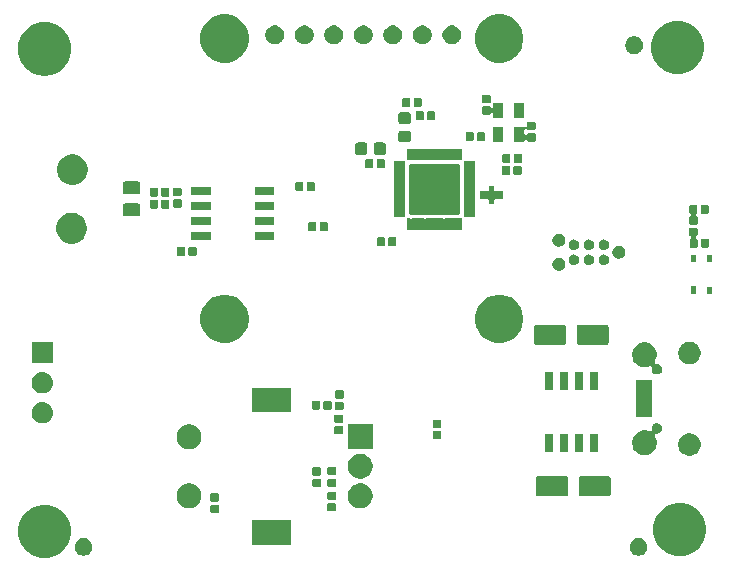
<source format=gts>
G04 #@! TF.GenerationSoftware,KiCad,Pcbnew,(5.1.2)-1*
G04 #@! TF.CreationDate,2019-08-03T00:37:11-03:00*
G04 #@! TF.ProjectId,Medidor,4d656469-646f-4722-9e6b-696361645f70,rev?*
G04 #@! TF.SameCoordinates,Original*
G04 #@! TF.FileFunction,Soldermask,Top*
G04 #@! TF.FilePolarity,Negative*
%FSLAX46Y46*%
G04 Gerber Fmt 4.6, Leading zero omitted, Abs format (unit mm)*
G04 Created by KiCad (PCBNEW (5.1.2)-1) date 2019-08-03 00:37:11*
%MOMM*%
%LPD*%
G04 APERTURE LIST*
%ADD10C,0.100000*%
G04 APERTURE END LIST*
D10*
G36*
X87062100Y-129963140D02*
G01*
X87461093Y-130042504D01*
X87870749Y-130212189D01*
X88239429Y-130458534D01*
X88552966Y-130772071D01*
X88799311Y-131140751D01*
X88968996Y-131550407D01*
X89055500Y-131985296D01*
X89055500Y-132428704D01*
X88968996Y-132863593D01*
X88799311Y-133273249D01*
X88552966Y-133641929D01*
X88239429Y-133955466D01*
X87870749Y-134201811D01*
X87461093Y-134371496D01*
X87080380Y-134447224D01*
X87026205Y-134458000D01*
X86582795Y-134458000D01*
X86528620Y-134447224D01*
X86147907Y-134371496D01*
X85738251Y-134201811D01*
X85369571Y-133955466D01*
X85056034Y-133641929D01*
X84809689Y-133273249D01*
X84640004Y-132863593D01*
X84553500Y-132428704D01*
X84553500Y-131985296D01*
X84640004Y-131550407D01*
X84809689Y-131140751D01*
X85056034Y-130772071D01*
X85369571Y-130458534D01*
X85738251Y-130212189D01*
X86147907Y-130042504D01*
X86546900Y-129963140D01*
X86582795Y-129956000D01*
X87026205Y-129956000D01*
X87062100Y-129963140D01*
X87062100Y-129963140D01*
G37*
G36*
X140864880Y-129839776D02*
G01*
X141245593Y-129915504D01*
X141655249Y-130085189D01*
X142023929Y-130331534D01*
X142337466Y-130645071D01*
X142583811Y-131013751D01*
X142753496Y-131423407D01*
X142840000Y-131858296D01*
X142840000Y-132301704D01*
X142753496Y-132736593D01*
X142583811Y-133146249D01*
X142337466Y-133514929D01*
X142023929Y-133828466D01*
X141655249Y-134074811D01*
X141245593Y-134244496D01*
X140864880Y-134320224D01*
X140810705Y-134331000D01*
X140367295Y-134331000D01*
X140313120Y-134320224D01*
X139932407Y-134244496D01*
X139522751Y-134074811D01*
X139154071Y-133828466D01*
X138840534Y-133514929D01*
X138594189Y-133146249D01*
X138424504Y-132736593D01*
X138338000Y-132301704D01*
X138338000Y-131858296D01*
X138424504Y-131423407D01*
X138594189Y-131013751D01*
X138840534Y-130645071D01*
X139154071Y-130331534D01*
X139522751Y-130085189D01*
X139932407Y-129915504D01*
X140313120Y-129839776D01*
X140367295Y-129829000D01*
X140810705Y-129829000D01*
X140864880Y-129839776D01*
X140864880Y-129839776D01*
G37*
G36*
X137315266Y-132819321D02*
G01*
X137451757Y-132875858D01*
X137574597Y-132957937D01*
X137679063Y-133062403D01*
X137761142Y-133185243D01*
X137817679Y-133321734D01*
X137846500Y-133466630D01*
X137846500Y-133614370D01*
X137817679Y-133759266D01*
X137761142Y-133895757D01*
X137679063Y-134018597D01*
X137574597Y-134123063D01*
X137451757Y-134205142D01*
X137315266Y-134261679D01*
X137170370Y-134290500D01*
X137022630Y-134290500D01*
X136877734Y-134261679D01*
X136741243Y-134205142D01*
X136618403Y-134123063D01*
X136513937Y-134018597D01*
X136431858Y-133895757D01*
X136375321Y-133759266D01*
X136346500Y-133614370D01*
X136346500Y-133466630D01*
X136375321Y-133321734D01*
X136431858Y-133185243D01*
X136513937Y-133062403D01*
X136618403Y-132957937D01*
X136741243Y-132875858D01*
X136877734Y-132819321D01*
X137022630Y-132790500D01*
X137170370Y-132790500D01*
X137315266Y-132819321D01*
X137315266Y-132819321D01*
G37*
G36*
X90325266Y-132819321D02*
G01*
X90461757Y-132875858D01*
X90584597Y-132957937D01*
X90689063Y-133062403D01*
X90771142Y-133185243D01*
X90827679Y-133321734D01*
X90856500Y-133466630D01*
X90856500Y-133614370D01*
X90827679Y-133759266D01*
X90771142Y-133895757D01*
X90689063Y-134018597D01*
X90584597Y-134123063D01*
X90461757Y-134205142D01*
X90325266Y-134261679D01*
X90180370Y-134290500D01*
X90032630Y-134290500D01*
X89887734Y-134261679D01*
X89751243Y-134205142D01*
X89628403Y-134123063D01*
X89523937Y-134018597D01*
X89441858Y-133895757D01*
X89385321Y-133759266D01*
X89356500Y-133614370D01*
X89356500Y-133466630D01*
X89385321Y-133321734D01*
X89441858Y-133185243D01*
X89523937Y-133062403D01*
X89628403Y-132957937D01*
X89751243Y-132875858D01*
X89887734Y-132819321D01*
X90032630Y-132790500D01*
X90180370Y-132790500D01*
X90325266Y-132819321D01*
X90325266Y-132819321D01*
G37*
G36*
X107689000Y-133357000D02*
G01*
X104387000Y-133357000D01*
X104387000Y-131255000D01*
X107689000Y-131255000D01*
X107689000Y-133357000D01*
X107689000Y-133357000D01*
G37*
G36*
X101500938Y-129976216D02*
G01*
X101521557Y-129982471D01*
X101540553Y-129992624D01*
X101557208Y-130006292D01*
X101570876Y-130022947D01*
X101581029Y-130041943D01*
X101587284Y-130062562D01*
X101590000Y-130090140D01*
X101590000Y-130548860D01*
X101587284Y-130576438D01*
X101581029Y-130597057D01*
X101570876Y-130616053D01*
X101557208Y-130632708D01*
X101540553Y-130646376D01*
X101521557Y-130656529D01*
X101500938Y-130662784D01*
X101473360Y-130665500D01*
X100964640Y-130665500D01*
X100937062Y-130662784D01*
X100916443Y-130656529D01*
X100897447Y-130646376D01*
X100880792Y-130632708D01*
X100867124Y-130616053D01*
X100856971Y-130597057D01*
X100850716Y-130576438D01*
X100848000Y-130548860D01*
X100848000Y-130090140D01*
X100850716Y-130062562D01*
X100856971Y-130041943D01*
X100867124Y-130022947D01*
X100880792Y-130006292D01*
X100897447Y-129992624D01*
X100916443Y-129982471D01*
X100937062Y-129976216D01*
X100964640Y-129973500D01*
X101473360Y-129973500D01*
X101500938Y-129976216D01*
X101500938Y-129976216D01*
G37*
G36*
X111406938Y-129849216D02*
G01*
X111427557Y-129855471D01*
X111446553Y-129865624D01*
X111463208Y-129879292D01*
X111476876Y-129895947D01*
X111487029Y-129914943D01*
X111493284Y-129935562D01*
X111496000Y-129963140D01*
X111496000Y-130421860D01*
X111493284Y-130449438D01*
X111487029Y-130470057D01*
X111476876Y-130489053D01*
X111463208Y-130505708D01*
X111446553Y-130519376D01*
X111427557Y-130529529D01*
X111406938Y-130535784D01*
X111379360Y-130538500D01*
X110870640Y-130538500D01*
X110843062Y-130535784D01*
X110822443Y-130529529D01*
X110803447Y-130519376D01*
X110786792Y-130505708D01*
X110773124Y-130489053D01*
X110762971Y-130470057D01*
X110756716Y-130449438D01*
X110754000Y-130421860D01*
X110754000Y-129963140D01*
X110756716Y-129935562D01*
X110762971Y-129914943D01*
X110773124Y-129895947D01*
X110786792Y-129879292D01*
X110803447Y-129865624D01*
X110822443Y-129855471D01*
X110843062Y-129849216D01*
X110870640Y-129846500D01*
X111379360Y-129846500D01*
X111406938Y-129849216D01*
X111406938Y-129849216D01*
G37*
G36*
X99344564Y-128195389D02*
G01*
X99524691Y-128270000D01*
X99535835Y-128274616D01*
X99613275Y-128326360D01*
X99707973Y-128389635D01*
X99854365Y-128536027D01*
X99969385Y-128708167D01*
X100048611Y-128899436D01*
X100089000Y-129102484D01*
X100089000Y-129309516D01*
X100048611Y-129512564D01*
X99969385Y-129703833D01*
X99969384Y-129703835D01*
X99854365Y-129875973D01*
X99707973Y-130022365D01*
X99535835Y-130137384D01*
X99535834Y-130137385D01*
X99535833Y-130137385D01*
X99344564Y-130216611D01*
X99141516Y-130257000D01*
X98934484Y-130257000D01*
X98731436Y-130216611D01*
X98540167Y-130137385D01*
X98540166Y-130137385D01*
X98540165Y-130137384D01*
X98368027Y-130022365D01*
X98221635Y-129875973D01*
X98106616Y-129703835D01*
X98106615Y-129703833D01*
X98027389Y-129512564D01*
X97987000Y-129309516D01*
X97987000Y-129102484D01*
X98027389Y-128899436D01*
X98106615Y-128708167D01*
X98221635Y-128536027D01*
X98368027Y-128389635D01*
X98462725Y-128326360D01*
X98540165Y-128274616D01*
X98551309Y-128270000D01*
X98731436Y-128195389D01*
X98934484Y-128155000D01*
X99141516Y-128155000D01*
X99344564Y-128195389D01*
X99344564Y-128195389D01*
G37*
G36*
X113844564Y-128195389D02*
G01*
X114024691Y-128270000D01*
X114035835Y-128274616D01*
X114113275Y-128326360D01*
X114207973Y-128389635D01*
X114354365Y-128536027D01*
X114469385Y-128708167D01*
X114548611Y-128899436D01*
X114589000Y-129102484D01*
X114589000Y-129309516D01*
X114548611Y-129512564D01*
X114469385Y-129703833D01*
X114469384Y-129703835D01*
X114354365Y-129875973D01*
X114207973Y-130022365D01*
X114035835Y-130137384D01*
X114035834Y-130137385D01*
X114035833Y-130137385D01*
X113844564Y-130216611D01*
X113641516Y-130257000D01*
X113434484Y-130257000D01*
X113231436Y-130216611D01*
X113040167Y-130137385D01*
X113040166Y-130137385D01*
X113040165Y-130137384D01*
X112868027Y-130022365D01*
X112721635Y-129875973D01*
X112606616Y-129703835D01*
X112606615Y-129703833D01*
X112527389Y-129512564D01*
X112487000Y-129309516D01*
X112487000Y-129102484D01*
X112527389Y-128899436D01*
X112606615Y-128708167D01*
X112721635Y-128536027D01*
X112868027Y-128389635D01*
X112962725Y-128326360D01*
X113040165Y-128274616D01*
X113051309Y-128270000D01*
X113231436Y-128195389D01*
X113434484Y-128155000D01*
X113641516Y-128155000D01*
X113844564Y-128195389D01*
X113844564Y-128195389D01*
G37*
G36*
X101500938Y-129006216D02*
G01*
X101521557Y-129012471D01*
X101540553Y-129022624D01*
X101557208Y-129036292D01*
X101570876Y-129052947D01*
X101581029Y-129071943D01*
X101587284Y-129092562D01*
X101590000Y-129120140D01*
X101590000Y-129578860D01*
X101587284Y-129606438D01*
X101581029Y-129627057D01*
X101570876Y-129646053D01*
X101557208Y-129662708D01*
X101540553Y-129676376D01*
X101521557Y-129686529D01*
X101500938Y-129692784D01*
X101473360Y-129695500D01*
X100964640Y-129695500D01*
X100937062Y-129692784D01*
X100916443Y-129686529D01*
X100897447Y-129676376D01*
X100880792Y-129662708D01*
X100867124Y-129646053D01*
X100856971Y-129627057D01*
X100850716Y-129606438D01*
X100848000Y-129578860D01*
X100848000Y-129120140D01*
X100850716Y-129092562D01*
X100856971Y-129071943D01*
X100867124Y-129052947D01*
X100880792Y-129036292D01*
X100897447Y-129022624D01*
X100916443Y-129012471D01*
X100937062Y-129006216D01*
X100964640Y-129003500D01*
X101473360Y-129003500D01*
X101500938Y-129006216D01*
X101500938Y-129006216D01*
G37*
G36*
X111406938Y-128879216D02*
G01*
X111427557Y-128885471D01*
X111446553Y-128895624D01*
X111463208Y-128909292D01*
X111476876Y-128925947D01*
X111487029Y-128944943D01*
X111493284Y-128965562D01*
X111496000Y-128993140D01*
X111496000Y-129451860D01*
X111493284Y-129479438D01*
X111487029Y-129500057D01*
X111476876Y-129519053D01*
X111463208Y-129535708D01*
X111446553Y-129549376D01*
X111427557Y-129559529D01*
X111406938Y-129565784D01*
X111379360Y-129568500D01*
X110870640Y-129568500D01*
X110843062Y-129565784D01*
X110822443Y-129559529D01*
X110803447Y-129549376D01*
X110786792Y-129535708D01*
X110773124Y-129519053D01*
X110762971Y-129500057D01*
X110756716Y-129479438D01*
X110754000Y-129451860D01*
X110754000Y-128993140D01*
X110756716Y-128965562D01*
X110762971Y-128944943D01*
X110773124Y-128925947D01*
X110786792Y-128909292D01*
X110803447Y-128895624D01*
X110822443Y-128885471D01*
X110843062Y-128879216D01*
X110870640Y-128876500D01*
X111379360Y-128876500D01*
X111406938Y-128879216D01*
X111406938Y-128879216D01*
G37*
G36*
X134577997Y-127550051D02*
G01*
X134611652Y-127560261D01*
X134642665Y-127576838D01*
X134669851Y-127599149D01*
X134692162Y-127626335D01*
X134708739Y-127657348D01*
X134718949Y-127691003D01*
X134723000Y-127732138D01*
X134723000Y-129061862D01*
X134718949Y-129102997D01*
X134708739Y-129136652D01*
X134692162Y-129167665D01*
X134669851Y-129194851D01*
X134642665Y-129217162D01*
X134611652Y-129233739D01*
X134577997Y-129243949D01*
X134536862Y-129248000D01*
X132207138Y-129248000D01*
X132166003Y-129243949D01*
X132132348Y-129233739D01*
X132101335Y-129217162D01*
X132074149Y-129194851D01*
X132051838Y-129167665D01*
X132035261Y-129136652D01*
X132025051Y-129102997D01*
X132021000Y-129061862D01*
X132021000Y-127732138D01*
X132025051Y-127691003D01*
X132035261Y-127657348D01*
X132051838Y-127626335D01*
X132074149Y-127599149D01*
X132101335Y-127576838D01*
X132132348Y-127560261D01*
X132166003Y-127550051D01*
X132207138Y-127546000D01*
X134536862Y-127546000D01*
X134577997Y-127550051D01*
X134577997Y-127550051D01*
G37*
G36*
X130977997Y-127550051D02*
G01*
X131011652Y-127560261D01*
X131042665Y-127576838D01*
X131069851Y-127599149D01*
X131092162Y-127626335D01*
X131108739Y-127657348D01*
X131118949Y-127691003D01*
X131123000Y-127732138D01*
X131123000Y-129061862D01*
X131118949Y-129102997D01*
X131108739Y-129136652D01*
X131092162Y-129167665D01*
X131069851Y-129194851D01*
X131042665Y-129217162D01*
X131011652Y-129233739D01*
X130977997Y-129243949D01*
X130936862Y-129248000D01*
X128607138Y-129248000D01*
X128566003Y-129243949D01*
X128532348Y-129233739D01*
X128501335Y-129217162D01*
X128474149Y-129194851D01*
X128451838Y-129167665D01*
X128435261Y-129136652D01*
X128425051Y-129102997D01*
X128421000Y-129061862D01*
X128421000Y-127732138D01*
X128425051Y-127691003D01*
X128435261Y-127657348D01*
X128451838Y-127626335D01*
X128474149Y-127599149D01*
X128501335Y-127576838D01*
X128532348Y-127560261D01*
X128566003Y-127550051D01*
X128607138Y-127546000D01*
X130936862Y-127546000D01*
X130977997Y-127550051D01*
X130977997Y-127550051D01*
G37*
G36*
X110136938Y-127776716D02*
G01*
X110157557Y-127782971D01*
X110176553Y-127793124D01*
X110193208Y-127806792D01*
X110206876Y-127823447D01*
X110217029Y-127842443D01*
X110223284Y-127863062D01*
X110226000Y-127890640D01*
X110226000Y-128349360D01*
X110223284Y-128376938D01*
X110217029Y-128397557D01*
X110206876Y-128416553D01*
X110193208Y-128433208D01*
X110176553Y-128446876D01*
X110157557Y-128457029D01*
X110136938Y-128463284D01*
X110109360Y-128466000D01*
X109600640Y-128466000D01*
X109573062Y-128463284D01*
X109552443Y-128457029D01*
X109533447Y-128446876D01*
X109516792Y-128433208D01*
X109503124Y-128416553D01*
X109492971Y-128397557D01*
X109486716Y-128376938D01*
X109484000Y-128349360D01*
X109484000Y-127890640D01*
X109486716Y-127863062D01*
X109492971Y-127842443D01*
X109503124Y-127823447D01*
X109516792Y-127806792D01*
X109533447Y-127793124D01*
X109552443Y-127782971D01*
X109573062Y-127776716D01*
X109600640Y-127774000D01*
X110109360Y-127774000D01*
X110136938Y-127776716D01*
X110136938Y-127776716D01*
G37*
G36*
X111406938Y-127753716D02*
G01*
X111427557Y-127759971D01*
X111446553Y-127770124D01*
X111463208Y-127783792D01*
X111476876Y-127800447D01*
X111487029Y-127819443D01*
X111493284Y-127840062D01*
X111496000Y-127867640D01*
X111496000Y-128326360D01*
X111493284Y-128353938D01*
X111487029Y-128374557D01*
X111476876Y-128393553D01*
X111463208Y-128410208D01*
X111446553Y-128423876D01*
X111427557Y-128434029D01*
X111406938Y-128440284D01*
X111379360Y-128443000D01*
X110870640Y-128443000D01*
X110843062Y-128440284D01*
X110822443Y-128434029D01*
X110803447Y-128423876D01*
X110786792Y-128410208D01*
X110773124Y-128393553D01*
X110762971Y-128374557D01*
X110756716Y-128353938D01*
X110754000Y-128326360D01*
X110754000Y-127867640D01*
X110756716Y-127840062D01*
X110762971Y-127819443D01*
X110773124Y-127800447D01*
X110786792Y-127783792D01*
X110803447Y-127770124D01*
X110822443Y-127759971D01*
X110843062Y-127753716D01*
X110870640Y-127751000D01*
X111379360Y-127751000D01*
X111406938Y-127753716D01*
X111406938Y-127753716D01*
G37*
G36*
X113844564Y-125695389D02*
G01*
X114012620Y-125765000D01*
X114035835Y-125774616D01*
X114096274Y-125815000D01*
X114207973Y-125889635D01*
X114354365Y-126036027D01*
X114469385Y-126208167D01*
X114548611Y-126399436D01*
X114589000Y-126602484D01*
X114589000Y-126809516D01*
X114548611Y-127012564D01*
X114469385Y-127203833D01*
X114469384Y-127203835D01*
X114354365Y-127375973D01*
X114207973Y-127522365D01*
X114035835Y-127637384D01*
X114035834Y-127637385D01*
X114035833Y-127637385D01*
X113844564Y-127716611D01*
X113641516Y-127757000D01*
X113434484Y-127757000D01*
X113231436Y-127716611D01*
X113040167Y-127637385D01*
X113040166Y-127637385D01*
X113040165Y-127637384D01*
X112868027Y-127522365D01*
X112721635Y-127375973D01*
X112606616Y-127203835D01*
X112606615Y-127203833D01*
X112527389Y-127012564D01*
X112487000Y-126809516D01*
X112487000Y-126602484D01*
X112527389Y-126399436D01*
X112606615Y-126208167D01*
X112721635Y-126036027D01*
X112868027Y-125889635D01*
X112979726Y-125815000D01*
X113040165Y-125774616D01*
X113063380Y-125765000D01*
X113231436Y-125695389D01*
X113434484Y-125655000D01*
X113641516Y-125655000D01*
X113844564Y-125695389D01*
X113844564Y-125695389D01*
G37*
G36*
X110136938Y-126806716D02*
G01*
X110157557Y-126812971D01*
X110176553Y-126823124D01*
X110193208Y-126836792D01*
X110206876Y-126853447D01*
X110217029Y-126872443D01*
X110223284Y-126893062D01*
X110226000Y-126920640D01*
X110226000Y-127379360D01*
X110223284Y-127406938D01*
X110217029Y-127427557D01*
X110206876Y-127446553D01*
X110193208Y-127463208D01*
X110176553Y-127476876D01*
X110157557Y-127487029D01*
X110136938Y-127493284D01*
X110109360Y-127496000D01*
X109600640Y-127496000D01*
X109573062Y-127493284D01*
X109552443Y-127487029D01*
X109533447Y-127476876D01*
X109516792Y-127463208D01*
X109503124Y-127446553D01*
X109492971Y-127427557D01*
X109486716Y-127406938D01*
X109484000Y-127379360D01*
X109484000Y-126920640D01*
X109486716Y-126893062D01*
X109492971Y-126872443D01*
X109503124Y-126853447D01*
X109516792Y-126836792D01*
X109533447Y-126823124D01*
X109552443Y-126812971D01*
X109573062Y-126806716D01*
X109600640Y-126804000D01*
X110109360Y-126804000D01*
X110136938Y-126806716D01*
X110136938Y-126806716D01*
G37*
G36*
X111406938Y-126783716D02*
G01*
X111427557Y-126789971D01*
X111446553Y-126800124D01*
X111463208Y-126813792D01*
X111476876Y-126830447D01*
X111487029Y-126849443D01*
X111493284Y-126870062D01*
X111496000Y-126897640D01*
X111496000Y-127356360D01*
X111493284Y-127383938D01*
X111487029Y-127404557D01*
X111476876Y-127423553D01*
X111463208Y-127440208D01*
X111446553Y-127453876D01*
X111427557Y-127464029D01*
X111406938Y-127470284D01*
X111379360Y-127473000D01*
X110870640Y-127473000D01*
X110843062Y-127470284D01*
X110822443Y-127464029D01*
X110803447Y-127453876D01*
X110786792Y-127440208D01*
X110773124Y-127423553D01*
X110762971Y-127404557D01*
X110756716Y-127383938D01*
X110754000Y-127356360D01*
X110754000Y-126897640D01*
X110756716Y-126870062D01*
X110762971Y-126849443D01*
X110773124Y-126830447D01*
X110786792Y-126813792D01*
X110803447Y-126800124D01*
X110822443Y-126789971D01*
X110843062Y-126783716D01*
X110870640Y-126781000D01*
X111379360Y-126781000D01*
X111406938Y-126783716D01*
X111406938Y-126783716D01*
G37*
G36*
X141673395Y-123949546D02*
G01*
X141846466Y-124021234D01*
X141846467Y-124021235D01*
X142002227Y-124125310D01*
X142134690Y-124257773D01*
X142134691Y-124257775D01*
X142238766Y-124413534D01*
X142310454Y-124586605D01*
X142347000Y-124770333D01*
X142347000Y-124957667D01*
X142310454Y-125141395D01*
X142238766Y-125314466D01*
X142238765Y-125314467D01*
X142134690Y-125470227D01*
X142002227Y-125602690D01*
X141938331Y-125645384D01*
X141846466Y-125706766D01*
X141673395Y-125778454D01*
X141489667Y-125815000D01*
X141302333Y-125815000D01*
X141118605Y-125778454D01*
X140945534Y-125706766D01*
X140853669Y-125645384D01*
X140789773Y-125602690D01*
X140657310Y-125470227D01*
X140553235Y-125314467D01*
X140553234Y-125314466D01*
X140481546Y-125141395D01*
X140445000Y-124957667D01*
X140445000Y-124770333D01*
X140481546Y-124586605D01*
X140553234Y-124413534D01*
X140657309Y-124257775D01*
X140657310Y-124257773D01*
X140789773Y-124125310D01*
X140945533Y-124021235D01*
X140945534Y-124021234D01*
X141118605Y-123949546D01*
X141302333Y-123913000D01*
X141489667Y-123913000D01*
X141673395Y-123949546D01*
X141673395Y-123949546D01*
G37*
G36*
X138777552Y-123055331D02*
G01*
X138859627Y-123089328D01*
X138859629Y-123089329D01*
X138933496Y-123138686D01*
X138996314Y-123201504D01*
X139045167Y-123274616D01*
X139045672Y-123275373D01*
X139079669Y-123357448D01*
X139097000Y-123444579D01*
X139097000Y-123533421D01*
X139079669Y-123620552D01*
X139062086Y-123663000D01*
X139045671Y-123702629D01*
X139023774Y-123735400D01*
X138996315Y-123776495D01*
X138933495Y-123839315D01*
X138904407Y-123858751D01*
X138859629Y-123888671D01*
X138859628Y-123888672D01*
X138859627Y-123888672D01*
X138777552Y-123922669D01*
X138690421Y-123940000D01*
X138601580Y-123940000D01*
X138599171Y-123939521D01*
X138574787Y-123937120D01*
X138550401Y-123939522D01*
X138526952Y-123946636D01*
X138505342Y-123958187D01*
X138486400Y-123973733D01*
X138470855Y-123992675D01*
X138459304Y-124014286D01*
X138452191Y-124037735D01*
X138449790Y-124062121D01*
X138452192Y-124086507D01*
X138459306Y-124109956D01*
X138470856Y-124131565D01*
X138527385Y-124216167D01*
X138606611Y-124407436D01*
X138647000Y-124610484D01*
X138647000Y-124817516D01*
X138606611Y-125020564D01*
X138558222Y-125137385D01*
X138527384Y-125211835D01*
X138412365Y-125383973D01*
X138265973Y-125530365D01*
X138093835Y-125645384D01*
X138093834Y-125645385D01*
X138093833Y-125645385D01*
X137902564Y-125724611D01*
X137699516Y-125765000D01*
X137492484Y-125765000D01*
X137289436Y-125724611D01*
X137098167Y-125645385D01*
X137098166Y-125645385D01*
X137098165Y-125645384D01*
X136926027Y-125530365D01*
X136779635Y-125383973D01*
X136664616Y-125211835D01*
X136633778Y-125137385D01*
X136585389Y-125020564D01*
X136545000Y-124817516D01*
X136545000Y-124610484D01*
X136585389Y-124407436D01*
X136664615Y-124216167D01*
X136725324Y-124125310D01*
X136779635Y-124044027D01*
X136926027Y-123897635D01*
X137098165Y-123782616D01*
X137112940Y-123776496D01*
X137289436Y-123703389D01*
X137492484Y-123663000D01*
X137699516Y-123663000D01*
X137902565Y-123703389D01*
X138042047Y-123761164D01*
X138065496Y-123768277D01*
X138089882Y-123770679D01*
X138114269Y-123768277D01*
X138137717Y-123761164D01*
X138159328Y-123749613D01*
X138178270Y-123734067D01*
X138193815Y-123715125D01*
X138205366Y-123693515D01*
X138212479Y-123670066D01*
X138214881Y-123645680D01*
X138212479Y-123621294D01*
X138195000Y-123533421D01*
X138195000Y-123444579D01*
X138212331Y-123357448D01*
X138246328Y-123275373D01*
X138246834Y-123274616D01*
X138295686Y-123201504D01*
X138358504Y-123138686D01*
X138432371Y-123089329D01*
X138432373Y-123089328D01*
X138514448Y-123055331D01*
X138601579Y-123038000D01*
X138690421Y-123038000D01*
X138777552Y-123055331D01*
X138777552Y-123055331D01*
G37*
G36*
X129891000Y-125511500D02*
G01*
X129189000Y-125511500D01*
X129189000Y-124009500D01*
X129891000Y-124009500D01*
X129891000Y-125511500D01*
X129891000Y-125511500D01*
G37*
G36*
X131161000Y-125511500D02*
G01*
X130459000Y-125511500D01*
X130459000Y-124009500D01*
X131161000Y-124009500D01*
X131161000Y-125511500D01*
X131161000Y-125511500D01*
G37*
G36*
X132431000Y-125511500D02*
G01*
X131729000Y-125511500D01*
X131729000Y-124009500D01*
X132431000Y-124009500D01*
X132431000Y-125511500D01*
X132431000Y-125511500D01*
G37*
G36*
X133701000Y-125511500D02*
G01*
X132999000Y-125511500D01*
X132999000Y-124009500D01*
X133701000Y-124009500D01*
X133701000Y-125511500D01*
X133701000Y-125511500D01*
G37*
G36*
X114589000Y-125257000D02*
G01*
X112487000Y-125257000D01*
X112487000Y-123155000D01*
X114589000Y-123155000D01*
X114589000Y-125257000D01*
X114589000Y-125257000D01*
G37*
G36*
X99344564Y-123195389D02*
G01*
X99535833Y-123274615D01*
X99535835Y-123274616D01*
X99707973Y-123389635D01*
X99854365Y-123536027D01*
X99966193Y-123703389D01*
X99969385Y-123708167D01*
X100048611Y-123899436D01*
X100089000Y-124102484D01*
X100089000Y-124309516D01*
X100048611Y-124512564D01*
X100017942Y-124586605D01*
X99969384Y-124703835D01*
X99854365Y-124875973D01*
X99707973Y-125022365D01*
X99535835Y-125137384D01*
X99535834Y-125137385D01*
X99535833Y-125137385D01*
X99344564Y-125216611D01*
X99141516Y-125257000D01*
X98934484Y-125257000D01*
X98731436Y-125216611D01*
X98540167Y-125137385D01*
X98540166Y-125137385D01*
X98540165Y-125137384D01*
X98368027Y-125022365D01*
X98221635Y-124875973D01*
X98106616Y-124703835D01*
X98058058Y-124586605D01*
X98027389Y-124512564D01*
X97987000Y-124309516D01*
X97987000Y-124102484D01*
X98027389Y-123899436D01*
X98106615Y-123708167D01*
X98109808Y-123703389D01*
X98221635Y-123536027D01*
X98368027Y-123389635D01*
X98540165Y-123274616D01*
X98540167Y-123274615D01*
X98731436Y-123195389D01*
X98934484Y-123155000D01*
X99141516Y-123155000D01*
X99344564Y-123195389D01*
X99344564Y-123195389D01*
G37*
G36*
X120322338Y-123738116D02*
G01*
X120342957Y-123744371D01*
X120361953Y-123754524D01*
X120378608Y-123768192D01*
X120392276Y-123784847D01*
X120402429Y-123803843D01*
X120408684Y-123824462D01*
X120411400Y-123852040D01*
X120411400Y-124310760D01*
X120408684Y-124338338D01*
X120402429Y-124358957D01*
X120392276Y-124377953D01*
X120378608Y-124394608D01*
X120361953Y-124408276D01*
X120342957Y-124418429D01*
X120322338Y-124424684D01*
X120294760Y-124427400D01*
X119786040Y-124427400D01*
X119758462Y-124424684D01*
X119737843Y-124418429D01*
X119718847Y-124408276D01*
X119702192Y-124394608D01*
X119688524Y-124377953D01*
X119678371Y-124358957D01*
X119672116Y-124338338D01*
X119669400Y-124310760D01*
X119669400Y-123852040D01*
X119672116Y-123824462D01*
X119678371Y-123803843D01*
X119688524Y-123784847D01*
X119702192Y-123768192D01*
X119718847Y-123754524D01*
X119737843Y-123744371D01*
X119758462Y-123738116D01*
X119786040Y-123735400D01*
X120294760Y-123735400D01*
X120322338Y-123738116D01*
X120322338Y-123738116D01*
G37*
G36*
X111978438Y-123308716D02*
G01*
X111999057Y-123314971D01*
X112018053Y-123325124D01*
X112034708Y-123338792D01*
X112048376Y-123355447D01*
X112058529Y-123374443D01*
X112064784Y-123395062D01*
X112067500Y-123422640D01*
X112067500Y-123881360D01*
X112064784Y-123908938D01*
X112058529Y-123929557D01*
X112048376Y-123948553D01*
X112034708Y-123965208D01*
X112018053Y-123978876D01*
X111999057Y-123989029D01*
X111978438Y-123995284D01*
X111950860Y-123998000D01*
X111442140Y-123998000D01*
X111414562Y-123995284D01*
X111393943Y-123989029D01*
X111374947Y-123978876D01*
X111358292Y-123965208D01*
X111344624Y-123948553D01*
X111334471Y-123929557D01*
X111328216Y-123908938D01*
X111325500Y-123881360D01*
X111325500Y-123422640D01*
X111328216Y-123395062D01*
X111334471Y-123374443D01*
X111344624Y-123355447D01*
X111358292Y-123338792D01*
X111374947Y-123325124D01*
X111393943Y-123314971D01*
X111414562Y-123308716D01*
X111442140Y-123306000D01*
X111950860Y-123306000D01*
X111978438Y-123308716D01*
X111978438Y-123308716D01*
G37*
G36*
X120322338Y-122768116D02*
G01*
X120342957Y-122774371D01*
X120361953Y-122784524D01*
X120378608Y-122798192D01*
X120392276Y-122814847D01*
X120402429Y-122833843D01*
X120408684Y-122854462D01*
X120411400Y-122882040D01*
X120411400Y-123340760D01*
X120408684Y-123368338D01*
X120402429Y-123388957D01*
X120392276Y-123407953D01*
X120378608Y-123424608D01*
X120361953Y-123438276D01*
X120342957Y-123448429D01*
X120322338Y-123454684D01*
X120294760Y-123457400D01*
X119786040Y-123457400D01*
X119758462Y-123454684D01*
X119737843Y-123448429D01*
X119718847Y-123438276D01*
X119702192Y-123424608D01*
X119688524Y-123407953D01*
X119678371Y-123388957D01*
X119672116Y-123368338D01*
X119669400Y-123340760D01*
X119669400Y-122882040D01*
X119672116Y-122854462D01*
X119678371Y-122833843D01*
X119688524Y-122814847D01*
X119702192Y-122798192D01*
X119718847Y-122784524D01*
X119737843Y-122774371D01*
X119758462Y-122768116D01*
X119786040Y-122765400D01*
X120294760Y-122765400D01*
X120322338Y-122768116D01*
X120322338Y-122768116D01*
G37*
G36*
X86724442Y-121279518D02*
G01*
X86790627Y-121286037D01*
X86960466Y-121337557D01*
X87116991Y-121421222D01*
X87152729Y-121450552D01*
X87254186Y-121533814D01*
X87337448Y-121635271D01*
X87366778Y-121671009D01*
X87366779Y-121671011D01*
X87440671Y-121809251D01*
X87450443Y-121827534D01*
X87501963Y-121997373D01*
X87519359Y-122174000D01*
X87501963Y-122350627D01*
X87450443Y-122520466D01*
X87366778Y-122676991D01*
X87337448Y-122712729D01*
X87254186Y-122814186D01*
X87171504Y-122882040D01*
X87116991Y-122926778D01*
X87116989Y-122926779D01*
X86988969Y-122995208D01*
X86960466Y-123010443D01*
X86790627Y-123061963D01*
X86724442Y-123068482D01*
X86658260Y-123075000D01*
X86569740Y-123075000D01*
X86503558Y-123068482D01*
X86437373Y-123061963D01*
X86267534Y-123010443D01*
X86239032Y-122995208D01*
X86111011Y-122926779D01*
X86111009Y-122926778D01*
X86056496Y-122882040D01*
X85973814Y-122814186D01*
X85890552Y-122712729D01*
X85861222Y-122676991D01*
X85777557Y-122520466D01*
X85726037Y-122350627D01*
X85708641Y-122174000D01*
X85726037Y-121997373D01*
X85777557Y-121827534D01*
X85787330Y-121809251D01*
X85861221Y-121671011D01*
X85861222Y-121671009D01*
X85890552Y-121635271D01*
X85973814Y-121533814D01*
X86075271Y-121450552D01*
X86111009Y-121421222D01*
X86267534Y-121337557D01*
X86437373Y-121286037D01*
X86503558Y-121279518D01*
X86569740Y-121273000D01*
X86658260Y-121273000D01*
X86724442Y-121279518D01*
X86724442Y-121279518D01*
G37*
G36*
X111978438Y-122338716D02*
G01*
X111999057Y-122344971D01*
X112018053Y-122355124D01*
X112034708Y-122368792D01*
X112048376Y-122385447D01*
X112058529Y-122404443D01*
X112064784Y-122425062D01*
X112067500Y-122452640D01*
X112067500Y-122911360D01*
X112064784Y-122938938D01*
X112058529Y-122959557D01*
X112048376Y-122978553D01*
X112034708Y-122995208D01*
X112018053Y-123008876D01*
X111999057Y-123019029D01*
X111978438Y-123025284D01*
X111950860Y-123028000D01*
X111442140Y-123028000D01*
X111414562Y-123025284D01*
X111393943Y-123019029D01*
X111374947Y-123008876D01*
X111358292Y-122995208D01*
X111344624Y-122978553D01*
X111334471Y-122959557D01*
X111328216Y-122938938D01*
X111325500Y-122911360D01*
X111325500Y-122452640D01*
X111328216Y-122425062D01*
X111334471Y-122404443D01*
X111344624Y-122385447D01*
X111358292Y-122368792D01*
X111374947Y-122355124D01*
X111393943Y-122344971D01*
X111414562Y-122338716D01*
X111442140Y-122336000D01*
X111950860Y-122336000D01*
X111978438Y-122338716D01*
X111978438Y-122338716D01*
G37*
G36*
X138247000Y-122565000D02*
G01*
X136845000Y-122565000D01*
X136845000Y-119413000D01*
X138247000Y-119413000D01*
X138247000Y-122565000D01*
X138247000Y-122565000D01*
G37*
G36*
X107689000Y-122157000D02*
G01*
X104387000Y-122157000D01*
X104387000Y-120055000D01*
X107689000Y-120055000D01*
X107689000Y-122157000D01*
X107689000Y-122157000D01*
G37*
G36*
X112041938Y-121259216D02*
G01*
X112062557Y-121265471D01*
X112081553Y-121275624D01*
X112098208Y-121289292D01*
X112111876Y-121305947D01*
X112122029Y-121324943D01*
X112128284Y-121345562D01*
X112131000Y-121373140D01*
X112131000Y-121831860D01*
X112128284Y-121859438D01*
X112122029Y-121880057D01*
X112111876Y-121899053D01*
X112098208Y-121915708D01*
X112081553Y-121929376D01*
X112062557Y-121939529D01*
X112041938Y-121945784D01*
X112014360Y-121948500D01*
X111505640Y-121948500D01*
X111478062Y-121945784D01*
X111457443Y-121939529D01*
X111438447Y-121929376D01*
X111421792Y-121915708D01*
X111408124Y-121899053D01*
X111397971Y-121880057D01*
X111391716Y-121859438D01*
X111389000Y-121831860D01*
X111389000Y-121373140D01*
X111391716Y-121345562D01*
X111397971Y-121324943D01*
X111408124Y-121305947D01*
X111421792Y-121289292D01*
X111438447Y-121275624D01*
X111457443Y-121265471D01*
X111478062Y-121259216D01*
X111505640Y-121256500D01*
X112014360Y-121256500D01*
X112041938Y-121259216D01*
X112041938Y-121259216D01*
G37*
G36*
X111018438Y-121170716D02*
G01*
X111039057Y-121176971D01*
X111058053Y-121187124D01*
X111074708Y-121200792D01*
X111088376Y-121217447D01*
X111098529Y-121236443D01*
X111104784Y-121257062D01*
X111107500Y-121284640D01*
X111107500Y-121793360D01*
X111104784Y-121820938D01*
X111098529Y-121841557D01*
X111088376Y-121860553D01*
X111074708Y-121877208D01*
X111058053Y-121890876D01*
X111039057Y-121901029D01*
X111018438Y-121907284D01*
X110990860Y-121910000D01*
X110532140Y-121910000D01*
X110504562Y-121907284D01*
X110483943Y-121901029D01*
X110464947Y-121890876D01*
X110448292Y-121877208D01*
X110434624Y-121860553D01*
X110424471Y-121841557D01*
X110418216Y-121820938D01*
X110415500Y-121793360D01*
X110415500Y-121284640D01*
X110418216Y-121257062D01*
X110424471Y-121236443D01*
X110434624Y-121217447D01*
X110448292Y-121200792D01*
X110464947Y-121187124D01*
X110483943Y-121176971D01*
X110504562Y-121170716D01*
X110532140Y-121168000D01*
X110990860Y-121168000D01*
X111018438Y-121170716D01*
X111018438Y-121170716D01*
G37*
G36*
X110048438Y-121170716D02*
G01*
X110069057Y-121176971D01*
X110088053Y-121187124D01*
X110104708Y-121200792D01*
X110118376Y-121217447D01*
X110128529Y-121236443D01*
X110134784Y-121257062D01*
X110137500Y-121284640D01*
X110137500Y-121793360D01*
X110134784Y-121820938D01*
X110128529Y-121841557D01*
X110118376Y-121860553D01*
X110104708Y-121877208D01*
X110088053Y-121890876D01*
X110069057Y-121901029D01*
X110048438Y-121907284D01*
X110020860Y-121910000D01*
X109562140Y-121910000D01*
X109534562Y-121907284D01*
X109513943Y-121901029D01*
X109494947Y-121890876D01*
X109478292Y-121877208D01*
X109464624Y-121860553D01*
X109454471Y-121841557D01*
X109448216Y-121820938D01*
X109445500Y-121793360D01*
X109445500Y-121284640D01*
X109448216Y-121257062D01*
X109454471Y-121236443D01*
X109464624Y-121217447D01*
X109478292Y-121200792D01*
X109494947Y-121187124D01*
X109513943Y-121176971D01*
X109534562Y-121170716D01*
X109562140Y-121168000D01*
X110020860Y-121168000D01*
X110048438Y-121170716D01*
X110048438Y-121170716D01*
G37*
G36*
X112041938Y-120289216D02*
G01*
X112062557Y-120295471D01*
X112081553Y-120305624D01*
X112098208Y-120319292D01*
X112111876Y-120335947D01*
X112122029Y-120354943D01*
X112128284Y-120375562D01*
X112131000Y-120403140D01*
X112131000Y-120861860D01*
X112128284Y-120889438D01*
X112122029Y-120910057D01*
X112111876Y-120929053D01*
X112098208Y-120945708D01*
X112081553Y-120959376D01*
X112062557Y-120969529D01*
X112041938Y-120975784D01*
X112014360Y-120978500D01*
X111505640Y-120978500D01*
X111478062Y-120975784D01*
X111457443Y-120969529D01*
X111438447Y-120959376D01*
X111421792Y-120945708D01*
X111408124Y-120929053D01*
X111397971Y-120910057D01*
X111391716Y-120889438D01*
X111389000Y-120861860D01*
X111389000Y-120403140D01*
X111391716Y-120375562D01*
X111397971Y-120354943D01*
X111408124Y-120335947D01*
X111421792Y-120319292D01*
X111438447Y-120305624D01*
X111457443Y-120295471D01*
X111478062Y-120289216D01*
X111505640Y-120286500D01*
X112014360Y-120286500D01*
X112041938Y-120289216D01*
X112041938Y-120289216D01*
G37*
G36*
X86724442Y-118739518D02*
G01*
X86790627Y-118746037D01*
X86960466Y-118797557D01*
X87116991Y-118881222D01*
X87152729Y-118910552D01*
X87254186Y-118993814D01*
X87337448Y-119095271D01*
X87366778Y-119131009D01*
X87450443Y-119287534D01*
X87501963Y-119457373D01*
X87519359Y-119634000D01*
X87501963Y-119810627D01*
X87450443Y-119980466D01*
X87366778Y-120136991D01*
X87337448Y-120172729D01*
X87254186Y-120274186D01*
X87177437Y-120337171D01*
X87116991Y-120386778D01*
X86960466Y-120470443D01*
X86790627Y-120521963D01*
X86724443Y-120528481D01*
X86658260Y-120535000D01*
X86569740Y-120535000D01*
X86503557Y-120528481D01*
X86437373Y-120521963D01*
X86267534Y-120470443D01*
X86111009Y-120386778D01*
X86050563Y-120337171D01*
X85973814Y-120274186D01*
X85890552Y-120172729D01*
X85861222Y-120136991D01*
X85777557Y-119980466D01*
X85726037Y-119810627D01*
X85708641Y-119634000D01*
X85726037Y-119457373D01*
X85777557Y-119287534D01*
X85861222Y-119131009D01*
X85890552Y-119095271D01*
X85973814Y-118993814D01*
X86075271Y-118910552D01*
X86111009Y-118881222D01*
X86267534Y-118797557D01*
X86437373Y-118746037D01*
X86503558Y-118739518D01*
X86569740Y-118733000D01*
X86658260Y-118733000D01*
X86724442Y-118739518D01*
X86724442Y-118739518D01*
G37*
G36*
X131161000Y-120211500D02*
G01*
X130459000Y-120211500D01*
X130459000Y-118709500D01*
X131161000Y-118709500D01*
X131161000Y-120211500D01*
X131161000Y-120211500D01*
G37*
G36*
X129891000Y-120211500D02*
G01*
X129189000Y-120211500D01*
X129189000Y-118709500D01*
X129891000Y-118709500D01*
X129891000Y-120211500D01*
X129891000Y-120211500D01*
G37*
G36*
X133701000Y-120211500D02*
G01*
X132999000Y-120211500D01*
X132999000Y-118709500D01*
X133701000Y-118709500D01*
X133701000Y-120211500D01*
X133701000Y-120211500D01*
G37*
G36*
X132431000Y-120211500D02*
G01*
X131729000Y-120211500D01*
X131729000Y-118709500D01*
X132431000Y-118709500D01*
X132431000Y-120211500D01*
X132431000Y-120211500D01*
G37*
G36*
X137902564Y-116253389D02*
G01*
X138038395Y-116309652D01*
X138093835Y-116332616D01*
X138195815Y-116400757D01*
X138265973Y-116447635D01*
X138412365Y-116594027D01*
X138527385Y-116766167D01*
X138606611Y-116957436D01*
X138647000Y-117160484D01*
X138647000Y-117367516D01*
X138606611Y-117570564D01*
X138527385Y-117761833D01*
X138470856Y-117846435D01*
X138459305Y-117868046D01*
X138452192Y-117891495D01*
X138449790Y-117915881D01*
X138452192Y-117940267D01*
X138459305Y-117963716D01*
X138470856Y-117985327D01*
X138486401Y-118004269D01*
X138505343Y-118019814D01*
X138526954Y-118031365D01*
X138550403Y-118038478D01*
X138574789Y-118040880D01*
X138599171Y-118038479D01*
X138601580Y-118038000D01*
X138690421Y-118038000D01*
X138777552Y-118055331D01*
X138859627Y-118089328D01*
X138859629Y-118089329D01*
X138933496Y-118138686D01*
X138996314Y-118201504D01*
X139045163Y-118274610D01*
X139045672Y-118275373D01*
X139079669Y-118357448D01*
X139097000Y-118444579D01*
X139097000Y-118533421D01*
X139079669Y-118620552D01*
X139045672Y-118702627D01*
X139045671Y-118702629D01*
X138996314Y-118776496D01*
X138933496Y-118839314D01*
X138859629Y-118888671D01*
X138859628Y-118888672D01*
X138859627Y-118888672D01*
X138777552Y-118922669D01*
X138690421Y-118940000D01*
X138601579Y-118940000D01*
X138514448Y-118922669D01*
X138432373Y-118888672D01*
X138432372Y-118888672D01*
X138432371Y-118888671D01*
X138358504Y-118839314D01*
X138295686Y-118776496D01*
X138246329Y-118702629D01*
X138246328Y-118702627D01*
X138212331Y-118620552D01*
X138195000Y-118533421D01*
X138195000Y-118444579D01*
X138212479Y-118356706D01*
X138214881Y-118332320D01*
X138212479Y-118307934D01*
X138205366Y-118284485D01*
X138193815Y-118262874D01*
X138178270Y-118243932D01*
X138159328Y-118228387D01*
X138137717Y-118216836D01*
X138114268Y-118209723D01*
X138089882Y-118207321D01*
X138065496Y-118209723D01*
X138042047Y-118216836D01*
X137902565Y-118274611D01*
X137699516Y-118315000D01*
X137492484Y-118315000D01*
X137289436Y-118274611D01*
X137098167Y-118195385D01*
X137098166Y-118195385D01*
X137098165Y-118195384D01*
X136926027Y-118080365D01*
X136779635Y-117933973D01*
X136664616Y-117761835D01*
X136664615Y-117761833D01*
X136585389Y-117570564D01*
X136545000Y-117367516D01*
X136545000Y-117160484D01*
X136585389Y-116957436D01*
X136664615Y-116766167D01*
X136779635Y-116594027D01*
X136926027Y-116447635D01*
X136996185Y-116400757D01*
X137098165Y-116332616D01*
X137153605Y-116309652D01*
X137289436Y-116253389D01*
X137492484Y-116213000D01*
X137699516Y-116213000D01*
X137902564Y-116253389D01*
X137902564Y-116253389D01*
G37*
G36*
X141673395Y-116199546D02*
G01*
X141846466Y-116271234D01*
X141923818Y-116322919D01*
X142002227Y-116375310D01*
X142134690Y-116507773D01*
X142134691Y-116507775D01*
X142238766Y-116663534D01*
X142310454Y-116836605D01*
X142347000Y-117020333D01*
X142347000Y-117207667D01*
X142310454Y-117391395D01*
X142238766Y-117564466D01*
X142187081Y-117641818D01*
X142134690Y-117720227D01*
X142002227Y-117852690D01*
X141979245Y-117868046D01*
X141846466Y-117956766D01*
X141673395Y-118028454D01*
X141489667Y-118065000D01*
X141302333Y-118065000D01*
X141118605Y-118028454D01*
X140945534Y-117956766D01*
X140812755Y-117868046D01*
X140789773Y-117852690D01*
X140657310Y-117720227D01*
X140604919Y-117641818D01*
X140553234Y-117564466D01*
X140481546Y-117391395D01*
X140445000Y-117207667D01*
X140445000Y-117020333D01*
X140481546Y-116836605D01*
X140553234Y-116663534D01*
X140657309Y-116507775D01*
X140657310Y-116507773D01*
X140789773Y-116375310D01*
X140868182Y-116322919D01*
X140945534Y-116271234D01*
X141118605Y-116199546D01*
X141302333Y-116163000D01*
X141489667Y-116163000D01*
X141673395Y-116199546D01*
X141673395Y-116199546D01*
G37*
G36*
X87515000Y-117995000D02*
G01*
X85713000Y-117995000D01*
X85713000Y-116193000D01*
X87515000Y-116193000D01*
X87515000Y-117995000D01*
X87515000Y-117995000D01*
G37*
G36*
X134409497Y-114723051D02*
G01*
X134443152Y-114733261D01*
X134474165Y-114749838D01*
X134501351Y-114772149D01*
X134523662Y-114799335D01*
X134540239Y-114830348D01*
X134550449Y-114864003D01*
X134554500Y-114905138D01*
X134554500Y-116234862D01*
X134550449Y-116275997D01*
X134540239Y-116309652D01*
X134523662Y-116340665D01*
X134501351Y-116367851D01*
X134474165Y-116390162D01*
X134443152Y-116406739D01*
X134409497Y-116416949D01*
X134368362Y-116421000D01*
X132038638Y-116421000D01*
X131997503Y-116416949D01*
X131963848Y-116406739D01*
X131932835Y-116390162D01*
X131905649Y-116367851D01*
X131883338Y-116340665D01*
X131866761Y-116309652D01*
X131856551Y-116275997D01*
X131852500Y-116234862D01*
X131852500Y-114905138D01*
X131856551Y-114864003D01*
X131866761Y-114830348D01*
X131883338Y-114799335D01*
X131905649Y-114772149D01*
X131932835Y-114749838D01*
X131963848Y-114733261D01*
X131997503Y-114723051D01*
X132038638Y-114719000D01*
X134368362Y-114719000D01*
X134409497Y-114723051D01*
X134409497Y-114723051D01*
G37*
G36*
X130809497Y-114723051D02*
G01*
X130843152Y-114733261D01*
X130874165Y-114749838D01*
X130901351Y-114772149D01*
X130923662Y-114799335D01*
X130940239Y-114830348D01*
X130950449Y-114864003D01*
X130954500Y-114905138D01*
X130954500Y-116234862D01*
X130950449Y-116275997D01*
X130940239Y-116309652D01*
X130923662Y-116340665D01*
X130901351Y-116367851D01*
X130874165Y-116390162D01*
X130843152Y-116406739D01*
X130809497Y-116416949D01*
X130768362Y-116421000D01*
X128438638Y-116421000D01*
X128397503Y-116416949D01*
X128363848Y-116406739D01*
X128332835Y-116390162D01*
X128305649Y-116367851D01*
X128283338Y-116340665D01*
X128266761Y-116309652D01*
X128256551Y-116275997D01*
X128252500Y-116234862D01*
X128252500Y-114905138D01*
X128256551Y-114864003D01*
X128266761Y-114830348D01*
X128283338Y-114799335D01*
X128305649Y-114772149D01*
X128332835Y-114749838D01*
X128363848Y-114733261D01*
X128397503Y-114723051D01*
X128438638Y-114719000D01*
X130768362Y-114719000D01*
X130809497Y-114723051D01*
X130809497Y-114723051D01*
G37*
G36*
X102642754Y-112264318D02*
G01*
X103016011Y-112418926D01*
X103016013Y-112418927D01*
X103351936Y-112643384D01*
X103637616Y-112929064D01*
X103862074Y-113264989D01*
X104016682Y-113638246D01*
X104095500Y-114034493D01*
X104095500Y-114438507D01*
X104016682Y-114834754D01*
X103987528Y-114905138D01*
X103862073Y-115208013D01*
X103637616Y-115543936D01*
X103351936Y-115829616D01*
X103016013Y-116054073D01*
X103016012Y-116054074D01*
X103016011Y-116054074D01*
X102642754Y-116208682D01*
X102246507Y-116287500D01*
X101842493Y-116287500D01*
X101446246Y-116208682D01*
X101072989Y-116054074D01*
X101072988Y-116054074D01*
X101072987Y-116054073D01*
X100737064Y-115829616D01*
X100451384Y-115543936D01*
X100226927Y-115208013D01*
X100101472Y-114905138D01*
X100072318Y-114834754D01*
X99993500Y-114438507D01*
X99993500Y-114034493D01*
X100072318Y-113638246D01*
X100226926Y-113264989D01*
X100451384Y-112929064D01*
X100737064Y-112643384D01*
X101072987Y-112418927D01*
X101072989Y-112418926D01*
X101446246Y-112264318D01*
X101842493Y-112185500D01*
X102246507Y-112185500D01*
X102642754Y-112264318D01*
X102642754Y-112264318D01*
G37*
G36*
X125892754Y-112264318D02*
G01*
X126266011Y-112418926D01*
X126266013Y-112418927D01*
X126601936Y-112643384D01*
X126887616Y-112929064D01*
X127112074Y-113264989D01*
X127266682Y-113638246D01*
X127345500Y-114034493D01*
X127345500Y-114438507D01*
X127266682Y-114834754D01*
X127237528Y-114905138D01*
X127112073Y-115208013D01*
X126887616Y-115543936D01*
X126601936Y-115829616D01*
X126266013Y-116054073D01*
X126266012Y-116054074D01*
X126266011Y-116054074D01*
X125892754Y-116208682D01*
X125496507Y-116287500D01*
X125092493Y-116287500D01*
X124696246Y-116208682D01*
X124322989Y-116054074D01*
X124322988Y-116054074D01*
X124322987Y-116054073D01*
X123987064Y-115829616D01*
X123701384Y-115543936D01*
X123476927Y-115208013D01*
X123351472Y-114905138D01*
X123322318Y-114834754D01*
X123243500Y-114438507D01*
X123243500Y-114034493D01*
X123322318Y-113638246D01*
X123476926Y-113264989D01*
X123701384Y-112929064D01*
X123987064Y-112643384D01*
X124322987Y-112418927D01*
X124322989Y-112418926D01*
X124696246Y-112264318D01*
X125092493Y-112185500D01*
X125496507Y-112185500D01*
X125892754Y-112264318D01*
X125892754Y-112264318D01*
G37*
G36*
X143296900Y-112121800D02*
G01*
X142884900Y-112121800D01*
X142884900Y-111499800D01*
X143296900Y-111499800D01*
X143296900Y-112121800D01*
X143296900Y-112121800D01*
G37*
G36*
X141988800Y-112109100D02*
G01*
X141576800Y-112109100D01*
X141576800Y-111487100D01*
X141988800Y-111487100D01*
X141988800Y-112109100D01*
X141988800Y-112109100D01*
G37*
G36*
X130459378Y-109065197D02*
G01*
X130512150Y-109075694D01*
X130611570Y-109116875D01*
X130701046Y-109176661D01*
X130777139Y-109252754D01*
X130836925Y-109342230D01*
X130878106Y-109441650D01*
X130899100Y-109547194D01*
X130899100Y-109654806D01*
X130878106Y-109760350D01*
X130836925Y-109859770D01*
X130777139Y-109949246D01*
X130701046Y-110025339D01*
X130611570Y-110085125D01*
X130512150Y-110126306D01*
X130459378Y-110136803D01*
X130406607Y-110147300D01*
X130298993Y-110147300D01*
X130246222Y-110136803D01*
X130193450Y-110126306D01*
X130094030Y-110085125D01*
X130004554Y-110025339D01*
X129928461Y-109949246D01*
X129868675Y-109859770D01*
X129827494Y-109760350D01*
X129806500Y-109654806D01*
X129806500Y-109547194D01*
X129827494Y-109441650D01*
X129868675Y-109342230D01*
X129928461Y-109252754D01*
X130004554Y-109176661D01*
X130094030Y-109116875D01*
X130193450Y-109075694D01*
X130246222Y-109065197D01*
X130298993Y-109054700D01*
X130406607Y-109054700D01*
X130459378Y-109065197D01*
X130459378Y-109065197D01*
G37*
G36*
X131752514Y-108792389D02*
G01*
X131779189Y-108803438D01*
X131833445Y-108825912D01*
X131906280Y-108874579D01*
X131968221Y-108936520D01*
X132016888Y-109009355D01*
X132050411Y-109090286D01*
X132067500Y-109176201D01*
X132067500Y-109263799D01*
X132050411Y-109349714D01*
X132016888Y-109430645D01*
X131968221Y-109503480D01*
X131906280Y-109565421D01*
X131833445Y-109614088D01*
X131833444Y-109614089D01*
X131833443Y-109614089D01*
X131752514Y-109647611D01*
X131666601Y-109664700D01*
X131578999Y-109664700D01*
X131493086Y-109647611D01*
X131412157Y-109614089D01*
X131412156Y-109614089D01*
X131412155Y-109614088D01*
X131339320Y-109565421D01*
X131277379Y-109503480D01*
X131228712Y-109430645D01*
X131195189Y-109349714D01*
X131178100Y-109263799D01*
X131178100Y-109176201D01*
X131195189Y-109090286D01*
X131228712Y-109009355D01*
X131277379Y-108936520D01*
X131339320Y-108874579D01*
X131412155Y-108825912D01*
X131466412Y-108803438D01*
X131493086Y-108792389D01*
X131578999Y-108775300D01*
X131666601Y-108775300D01*
X131752514Y-108792389D01*
X131752514Y-108792389D01*
G37*
G36*
X133022514Y-108792389D02*
G01*
X133049189Y-108803438D01*
X133103445Y-108825912D01*
X133176280Y-108874579D01*
X133238221Y-108936520D01*
X133286888Y-109009355D01*
X133320411Y-109090286D01*
X133337500Y-109176201D01*
X133337500Y-109263799D01*
X133320411Y-109349714D01*
X133286888Y-109430645D01*
X133238221Y-109503480D01*
X133176280Y-109565421D01*
X133103445Y-109614088D01*
X133103444Y-109614089D01*
X133103443Y-109614089D01*
X133022514Y-109647611D01*
X132936601Y-109664700D01*
X132848999Y-109664700D01*
X132763086Y-109647611D01*
X132682157Y-109614089D01*
X132682156Y-109614089D01*
X132682155Y-109614088D01*
X132609320Y-109565421D01*
X132547379Y-109503480D01*
X132498712Y-109430645D01*
X132465189Y-109349714D01*
X132448100Y-109263799D01*
X132448100Y-109176201D01*
X132465189Y-109090286D01*
X132498712Y-109009355D01*
X132547379Y-108936520D01*
X132609320Y-108874579D01*
X132682155Y-108825912D01*
X132736412Y-108803438D01*
X132763086Y-108792389D01*
X132848999Y-108775300D01*
X132936601Y-108775300D01*
X133022514Y-108792389D01*
X133022514Y-108792389D01*
G37*
G36*
X134292514Y-108792389D02*
G01*
X134319189Y-108803438D01*
X134373445Y-108825912D01*
X134446280Y-108874579D01*
X134508221Y-108936520D01*
X134556888Y-109009355D01*
X134590411Y-109090286D01*
X134607500Y-109176201D01*
X134607500Y-109263799D01*
X134590411Y-109349714D01*
X134556888Y-109430645D01*
X134508221Y-109503480D01*
X134446280Y-109565421D01*
X134373445Y-109614088D01*
X134373444Y-109614089D01*
X134373443Y-109614089D01*
X134292514Y-109647611D01*
X134206601Y-109664700D01*
X134118999Y-109664700D01*
X134033086Y-109647611D01*
X133952157Y-109614089D01*
X133952156Y-109614089D01*
X133952155Y-109614088D01*
X133879320Y-109565421D01*
X133817379Y-109503480D01*
X133768712Y-109430645D01*
X133735189Y-109349714D01*
X133718100Y-109263799D01*
X133718100Y-109176201D01*
X133735189Y-109090286D01*
X133768712Y-109009355D01*
X133817379Y-108936520D01*
X133879320Y-108874579D01*
X133952155Y-108825912D01*
X134006412Y-108803438D01*
X134033086Y-108792389D01*
X134118999Y-108775300D01*
X134206601Y-108775300D01*
X134292514Y-108792389D01*
X134292514Y-108792389D01*
G37*
G36*
X143322300Y-109416700D02*
G01*
X142910300Y-109416700D01*
X142910300Y-108794700D01*
X143322300Y-108794700D01*
X143322300Y-109416700D01*
X143322300Y-109416700D01*
G37*
G36*
X141976100Y-109416700D02*
G01*
X141564100Y-109416700D01*
X141564100Y-108794700D01*
X141976100Y-108794700D01*
X141976100Y-109416700D01*
X141976100Y-109416700D01*
G37*
G36*
X135532737Y-108047876D02*
G01*
X135592150Y-108059694D01*
X135691570Y-108100875D01*
X135781046Y-108160661D01*
X135857139Y-108236754D01*
X135916925Y-108326230D01*
X135958106Y-108425650D01*
X135979100Y-108531194D01*
X135979100Y-108638806D01*
X135958106Y-108744350D01*
X135916925Y-108843770D01*
X135857139Y-108933246D01*
X135781046Y-109009339D01*
X135691570Y-109069125D01*
X135592150Y-109110306D01*
X135559125Y-109116875D01*
X135486607Y-109131300D01*
X135378993Y-109131300D01*
X135306475Y-109116875D01*
X135273450Y-109110306D01*
X135174030Y-109069125D01*
X135084554Y-109009339D01*
X135008461Y-108933246D01*
X134948675Y-108843770D01*
X134907494Y-108744350D01*
X134886500Y-108638806D01*
X134886500Y-108531194D01*
X134907494Y-108425650D01*
X134948675Y-108326230D01*
X135008461Y-108236754D01*
X135084554Y-108160661D01*
X135174030Y-108100875D01*
X135273450Y-108059694D01*
X135332863Y-108047876D01*
X135378993Y-108038700D01*
X135486607Y-108038700D01*
X135532737Y-108047876D01*
X135532737Y-108047876D01*
G37*
G36*
X99588438Y-108153216D02*
G01*
X99609057Y-108159471D01*
X99628053Y-108169624D01*
X99644708Y-108183292D01*
X99658376Y-108199947D01*
X99668529Y-108218943D01*
X99674784Y-108239562D01*
X99677500Y-108267140D01*
X99677500Y-108775860D01*
X99674784Y-108803438D01*
X99668529Y-108824057D01*
X99658376Y-108843053D01*
X99644708Y-108859708D01*
X99628053Y-108873376D01*
X99609057Y-108883529D01*
X99588438Y-108889784D01*
X99560860Y-108892500D01*
X99102140Y-108892500D01*
X99074562Y-108889784D01*
X99053943Y-108883529D01*
X99034947Y-108873376D01*
X99018292Y-108859708D01*
X99004624Y-108843053D01*
X98994471Y-108824057D01*
X98988216Y-108803438D01*
X98985500Y-108775860D01*
X98985500Y-108267140D01*
X98988216Y-108239562D01*
X98994471Y-108218943D01*
X99004624Y-108199947D01*
X99018292Y-108183292D01*
X99034947Y-108169624D01*
X99053943Y-108159471D01*
X99074562Y-108153216D01*
X99102140Y-108150500D01*
X99560860Y-108150500D01*
X99588438Y-108153216D01*
X99588438Y-108153216D01*
G37*
G36*
X98618438Y-108153216D02*
G01*
X98639057Y-108159471D01*
X98658053Y-108169624D01*
X98674708Y-108183292D01*
X98688376Y-108199947D01*
X98698529Y-108218943D01*
X98704784Y-108239562D01*
X98707500Y-108267140D01*
X98707500Y-108775860D01*
X98704784Y-108803438D01*
X98698529Y-108824057D01*
X98688376Y-108843053D01*
X98674708Y-108859708D01*
X98658053Y-108873376D01*
X98639057Y-108883529D01*
X98618438Y-108889784D01*
X98590860Y-108892500D01*
X98132140Y-108892500D01*
X98104562Y-108889784D01*
X98083943Y-108883529D01*
X98064947Y-108873376D01*
X98048292Y-108859708D01*
X98034624Y-108843053D01*
X98024471Y-108824057D01*
X98018216Y-108803438D01*
X98015500Y-108775860D01*
X98015500Y-108267140D01*
X98018216Y-108239562D01*
X98024471Y-108218943D01*
X98034624Y-108199947D01*
X98048292Y-108183292D01*
X98064947Y-108169624D01*
X98083943Y-108159471D01*
X98104562Y-108153216D01*
X98132140Y-108150500D01*
X98590860Y-108150500D01*
X98618438Y-108153216D01*
X98618438Y-108153216D01*
G37*
G36*
X133022514Y-107522389D02*
G01*
X133103445Y-107555912D01*
X133176280Y-107604579D01*
X133238221Y-107666520D01*
X133286888Y-107739355D01*
X133286889Y-107739357D01*
X133320411Y-107820286D01*
X133337500Y-107906199D01*
X133337500Y-107993801D01*
X133320411Y-108079714D01*
X133289714Y-108153824D01*
X133286888Y-108160645D01*
X133238221Y-108233480D01*
X133176280Y-108295421D01*
X133103445Y-108344088D01*
X133103444Y-108344089D01*
X133103443Y-108344089D01*
X133022514Y-108377611D01*
X132936601Y-108394700D01*
X132848999Y-108394700D01*
X132763086Y-108377611D01*
X132682157Y-108344089D01*
X132682156Y-108344089D01*
X132682155Y-108344088D01*
X132609320Y-108295421D01*
X132547379Y-108233480D01*
X132498712Y-108160645D01*
X132495887Y-108153824D01*
X132465189Y-108079714D01*
X132448100Y-107993801D01*
X132448100Y-107906199D01*
X132465189Y-107820286D01*
X132498711Y-107739357D01*
X132498712Y-107739355D01*
X132547379Y-107666520D01*
X132609320Y-107604579D01*
X132682155Y-107555912D01*
X132763086Y-107522389D01*
X132848999Y-107505300D01*
X132936601Y-107505300D01*
X133022514Y-107522389D01*
X133022514Y-107522389D01*
G37*
G36*
X131752514Y-107522389D02*
G01*
X131833445Y-107555912D01*
X131906280Y-107604579D01*
X131968221Y-107666520D01*
X132016888Y-107739355D01*
X132016889Y-107739357D01*
X132050411Y-107820286D01*
X132067500Y-107906199D01*
X132067500Y-107993801D01*
X132050411Y-108079714D01*
X132019714Y-108153824D01*
X132016888Y-108160645D01*
X131968221Y-108233480D01*
X131906280Y-108295421D01*
X131833445Y-108344088D01*
X131833444Y-108344089D01*
X131833443Y-108344089D01*
X131752514Y-108377611D01*
X131666601Y-108394700D01*
X131578999Y-108394700D01*
X131493086Y-108377611D01*
X131412157Y-108344089D01*
X131412156Y-108344089D01*
X131412155Y-108344088D01*
X131339320Y-108295421D01*
X131277379Y-108233480D01*
X131228712Y-108160645D01*
X131225887Y-108153824D01*
X131195189Y-108079714D01*
X131178100Y-107993801D01*
X131178100Y-107906199D01*
X131195189Y-107820286D01*
X131228711Y-107739357D01*
X131228712Y-107739355D01*
X131277379Y-107666520D01*
X131339320Y-107604579D01*
X131412155Y-107555912D01*
X131493086Y-107522389D01*
X131578999Y-107505300D01*
X131666601Y-107505300D01*
X131752514Y-107522389D01*
X131752514Y-107522389D01*
G37*
G36*
X134292514Y-107522389D02*
G01*
X134373445Y-107555912D01*
X134446280Y-107604579D01*
X134508221Y-107666520D01*
X134556888Y-107739355D01*
X134556889Y-107739357D01*
X134590411Y-107820286D01*
X134607500Y-107906199D01*
X134607500Y-107993801D01*
X134590411Y-108079714D01*
X134559714Y-108153824D01*
X134556888Y-108160645D01*
X134508221Y-108233480D01*
X134446280Y-108295421D01*
X134373445Y-108344088D01*
X134373444Y-108344089D01*
X134373443Y-108344089D01*
X134292514Y-108377611D01*
X134206601Y-108394700D01*
X134118999Y-108394700D01*
X134033086Y-108377611D01*
X133952157Y-108344089D01*
X133952156Y-108344089D01*
X133952155Y-108344088D01*
X133879320Y-108295421D01*
X133817379Y-108233480D01*
X133768712Y-108160645D01*
X133765887Y-108153824D01*
X133735189Y-108079714D01*
X133718100Y-107993801D01*
X133718100Y-107906199D01*
X133735189Y-107820286D01*
X133768711Y-107739357D01*
X133768712Y-107739355D01*
X133817379Y-107666520D01*
X133879320Y-107604579D01*
X133952155Y-107555912D01*
X134033086Y-107522389D01*
X134118999Y-107505300D01*
X134206601Y-107505300D01*
X134292514Y-107522389D01*
X134292514Y-107522389D01*
G37*
G36*
X142013938Y-106527216D02*
G01*
X142034557Y-106533471D01*
X142053553Y-106543624D01*
X142070208Y-106557292D01*
X142083876Y-106573947D01*
X142094029Y-106592943D01*
X142100284Y-106613562D01*
X142103000Y-106641140D01*
X142103000Y-107099860D01*
X142100284Y-107127438D01*
X142094029Y-107148057D01*
X142083876Y-107167053D01*
X142070208Y-107183708D01*
X142053553Y-107197376D01*
X142034556Y-107207530D01*
X142010140Y-107214936D01*
X141987501Y-107224313D01*
X141967127Y-107237926D01*
X141949800Y-107255253D01*
X141936186Y-107275627D01*
X141926808Y-107298266D01*
X141922027Y-107322299D01*
X141922027Y-107346803D01*
X141926807Y-107370837D01*
X141936184Y-107393476D01*
X141949797Y-107413850D01*
X141967124Y-107431177D01*
X141987498Y-107444791D01*
X142010138Y-107454169D01*
X142032554Y-107460969D01*
X142051553Y-107471124D01*
X142068208Y-107484792D01*
X142081876Y-107501447D01*
X142092029Y-107520443D01*
X142098284Y-107541062D01*
X142101000Y-107568640D01*
X142101000Y-108077360D01*
X142098284Y-108104938D01*
X142092029Y-108125557D01*
X142081876Y-108144553D01*
X142068208Y-108161208D01*
X142051553Y-108174876D01*
X142032557Y-108185029D01*
X142011938Y-108191284D01*
X141984360Y-108194000D01*
X141525640Y-108194000D01*
X141498062Y-108191284D01*
X141477443Y-108185029D01*
X141458447Y-108174876D01*
X141441792Y-108161208D01*
X141428124Y-108144553D01*
X141417971Y-108125557D01*
X141411716Y-108104938D01*
X141409000Y-108077360D01*
X141409000Y-107568640D01*
X141411716Y-107541062D01*
X141417971Y-107520443D01*
X141428124Y-107501447D01*
X141441792Y-107484792D01*
X141458447Y-107471124D01*
X141477444Y-107460970D01*
X141484521Y-107458823D01*
X141507159Y-107449445D01*
X141527533Y-107435831D01*
X141544860Y-107418504D01*
X141558473Y-107398129D01*
X141567850Y-107375490D01*
X141572630Y-107351457D01*
X141572630Y-107326953D01*
X141567849Y-107302919D01*
X141558471Y-107280281D01*
X141544857Y-107259907D01*
X141527530Y-107242580D01*
X141507155Y-107228967D01*
X141484516Y-107219590D01*
X141460482Y-107214810D01*
X141450062Y-107213784D01*
X141429443Y-107207529D01*
X141410447Y-107197376D01*
X141393792Y-107183708D01*
X141380124Y-107167053D01*
X141369971Y-107148057D01*
X141363716Y-107127438D01*
X141361000Y-107099860D01*
X141361000Y-106641140D01*
X141363716Y-106613562D01*
X141369971Y-106592943D01*
X141380124Y-106573947D01*
X141393792Y-106557292D01*
X141410447Y-106543624D01*
X141429443Y-106533471D01*
X141450062Y-106527216D01*
X141477640Y-106524500D01*
X141986360Y-106524500D01*
X142013938Y-106527216D01*
X142013938Y-106527216D01*
G37*
G36*
X142981938Y-107454716D02*
G01*
X143002557Y-107460971D01*
X143021553Y-107471124D01*
X143038208Y-107484792D01*
X143051876Y-107501447D01*
X143062029Y-107520443D01*
X143068284Y-107541062D01*
X143071000Y-107568640D01*
X143071000Y-108077360D01*
X143068284Y-108104938D01*
X143062029Y-108125557D01*
X143051876Y-108144553D01*
X143038208Y-108161208D01*
X143021553Y-108174876D01*
X143002557Y-108185029D01*
X142981938Y-108191284D01*
X142954360Y-108194000D01*
X142495640Y-108194000D01*
X142468062Y-108191284D01*
X142447443Y-108185029D01*
X142428447Y-108174876D01*
X142411792Y-108161208D01*
X142398124Y-108144553D01*
X142387971Y-108125557D01*
X142381716Y-108104938D01*
X142379000Y-108077360D01*
X142379000Y-107568640D01*
X142381716Y-107541062D01*
X142387971Y-107520443D01*
X142398124Y-107501447D01*
X142411792Y-107484792D01*
X142428447Y-107471124D01*
X142447443Y-107460971D01*
X142468062Y-107454716D01*
X142495640Y-107452000D01*
X142954360Y-107452000D01*
X142981938Y-107454716D01*
X142981938Y-107454716D01*
G37*
G36*
X130459378Y-107033197D02*
G01*
X130512150Y-107043694D01*
X130611570Y-107084875D01*
X130701046Y-107144661D01*
X130777139Y-107220754D01*
X130836925Y-107310230D01*
X130878106Y-107409650D01*
X130899100Y-107515194D01*
X130899100Y-107622806D01*
X130878106Y-107728350D01*
X130836925Y-107827770D01*
X130777139Y-107917246D01*
X130701046Y-107993339D01*
X130611570Y-108053125D01*
X130512150Y-108094306D01*
X130479125Y-108100875D01*
X130406607Y-108115300D01*
X130298993Y-108115300D01*
X130226475Y-108100875D01*
X130193450Y-108094306D01*
X130094030Y-108053125D01*
X130004554Y-107993339D01*
X129928461Y-107917246D01*
X129868675Y-107827770D01*
X129827494Y-107728350D01*
X129806500Y-107622806D01*
X129806500Y-107515194D01*
X129827494Y-107409650D01*
X129868675Y-107310230D01*
X129928461Y-107220754D01*
X130004554Y-107144661D01*
X130094030Y-107084875D01*
X130193450Y-107043694D01*
X130246222Y-107033197D01*
X130298993Y-107022700D01*
X130406607Y-107022700D01*
X130459378Y-107033197D01*
X130459378Y-107033197D01*
G37*
G36*
X115532438Y-107327716D02*
G01*
X115553057Y-107333971D01*
X115572053Y-107344124D01*
X115588708Y-107357792D01*
X115602376Y-107374447D01*
X115612529Y-107393443D01*
X115618784Y-107414062D01*
X115621500Y-107441640D01*
X115621500Y-107950360D01*
X115618784Y-107977938D01*
X115612529Y-107998557D01*
X115602376Y-108017553D01*
X115588708Y-108034208D01*
X115572053Y-108047876D01*
X115553057Y-108058029D01*
X115532438Y-108064284D01*
X115504860Y-108067000D01*
X115046140Y-108067000D01*
X115018562Y-108064284D01*
X114997943Y-108058029D01*
X114978947Y-108047876D01*
X114962292Y-108034208D01*
X114948624Y-108017553D01*
X114938471Y-107998557D01*
X114932216Y-107977938D01*
X114929500Y-107950360D01*
X114929500Y-107441640D01*
X114932216Y-107414062D01*
X114938471Y-107393443D01*
X114948624Y-107374447D01*
X114962292Y-107357792D01*
X114978947Y-107344124D01*
X114997943Y-107333971D01*
X115018562Y-107327716D01*
X115046140Y-107325000D01*
X115504860Y-107325000D01*
X115532438Y-107327716D01*
X115532438Y-107327716D01*
G37*
G36*
X116502438Y-107327716D02*
G01*
X116523057Y-107333971D01*
X116542053Y-107344124D01*
X116558708Y-107357792D01*
X116572376Y-107374447D01*
X116582529Y-107393443D01*
X116588784Y-107414062D01*
X116591500Y-107441640D01*
X116591500Y-107950360D01*
X116588784Y-107977938D01*
X116582529Y-107998557D01*
X116572376Y-108017553D01*
X116558708Y-108034208D01*
X116542053Y-108047876D01*
X116523057Y-108058029D01*
X116502438Y-108064284D01*
X116474860Y-108067000D01*
X116016140Y-108067000D01*
X115988562Y-108064284D01*
X115967943Y-108058029D01*
X115948947Y-108047876D01*
X115932292Y-108034208D01*
X115918624Y-108017553D01*
X115908471Y-107998557D01*
X115902216Y-107977938D01*
X115899500Y-107950360D01*
X115899500Y-107441640D01*
X115902216Y-107414062D01*
X115908471Y-107393443D01*
X115918624Y-107374447D01*
X115932292Y-107357792D01*
X115948947Y-107344124D01*
X115967943Y-107333971D01*
X115988562Y-107327716D01*
X116016140Y-107325000D01*
X116474860Y-107325000D01*
X116502438Y-107327716D01*
X116502438Y-107327716D01*
G37*
G36*
X89482687Y-105298196D02*
G01*
X89719453Y-105396268D01*
X89719455Y-105396269D01*
X89932539Y-105538647D01*
X90113753Y-105719861D01*
X90157793Y-105785771D01*
X90256132Y-105932947D01*
X90354204Y-106169713D01*
X90404200Y-106421061D01*
X90404200Y-106677339D01*
X90354204Y-106928687D01*
X90256132Y-107165453D01*
X90256131Y-107165455D01*
X90113753Y-107378539D01*
X89932539Y-107559753D01*
X89719455Y-107702131D01*
X89719454Y-107702132D01*
X89719453Y-107702132D01*
X89482687Y-107800204D01*
X89231339Y-107850200D01*
X88975061Y-107850200D01*
X88723713Y-107800204D01*
X88486947Y-107702132D01*
X88486946Y-107702132D01*
X88486945Y-107702131D01*
X88273861Y-107559753D01*
X88092647Y-107378539D01*
X87950269Y-107165455D01*
X87950268Y-107165453D01*
X87852196Y-106928687D01*
X87802200Y-106677339D01*
X87802200Y-106421061D01*
X87852196Y-106169713D01*
X87950268Y-105932947D01*
X88048608Y-105785771D01*
X88092647Y-105719861D01*
X88273861Y-105538647D01*
X88486945Y-105396269D01*
X88486947Y-105396268D01*
X88723713Y-105298196D01*
X88975061Y-105248200D01*
X89231339Y-105248200D01*
X89482687Y-105298196D01*
X89482687Y-105298196D01*
G37*
G36*
X100869000Y-107539000D02*
G01*
X99217000Y-107539000D01*
X99217000Y-106837000D01*
X100869000Y-106837000D01*
X100869000Y-107539000D01*
X100869000Y-107539000D01*
G37*
G36*
X106269000Y-107539000D02*
G01*
X104617000Y-107539000D01*
X104617000Y-106837000D01*
X106269000Y-106837000D01*
X106269000Y-107539000D01*
X106269000Y-107539000D01*
G37*
G36*
X109730938Y-106057716D02*
G01*
X109751557Y-106063971D01*
X109770553Y-106074124D01*
X109787208Y-106087792D01*
X109800876Y-106104447D01*
X109811029Y-106123443D01*
X109817284Y-106144062D01*
X109820000Y-106171640D01*
X109820000Y-106680360D01*
X109817284Y-106707938D01*
X109811029Y-106728557D01*
X109800876Y-106747553D01*
X109787208Y-106764208D01*
X109770553Y-106777876D01*
X109751557Y-106788029D01*
X109730938Y-106794284D01*
X109703360Y-106797000D01*
X109244640Y-106797000D01*
X109217062Y-106794284D01*
X109196443Y-106788029D01*
X109177447Y-106777876D01*
X109160792Y-106764208D01*
X109147124Y-106747553D01*
X109136971Y-106728557D01*
X109130716Y-106707938D01*
X109128000Y-106680360D01*
X109128000Y-106171640D01*
X109130716Y-106144062D01*
X109136971Y-106123443D01*
X109147124Y-106104447D01*
X109160792Y-106087792D01*
X109177447Y-106074124D01*
X109196443Y-106063971D01*
X109217062Y-106057716D01*
X109244640Y-106055000D01*
X109703360Y-106055000D01*
X109730938Y-106057716D01*
X109730938Y-106057716D01*
G37*
G36*
X110700938Y-106057716D02*
G01*
X110721557Y-106063971D01*
X110740553Y-106074124D01*
X110757208Y-106087792D01*
X110770876Y-106104447D01*
X110781029Y-106123443D01*
X110787284Y-106144062D01*
X110790000Y-106171640D01*
X110790000Y-106680360D01*
X110787284Y-106707938D01*
X110781029Y-106728557D01*
X110770876Y-106747553D01*
X110757208Y-106764208D01*
X110740553Y-106777876D01*
X110721557Y-106788029D01*
X110700938Y-106794284D01*
X110673360Y-106797000D01*
X110214640Y-106797000D01*
X110187062Y-106794284D01*
X110166443Y-106788029D01*
X110147447Y-106777876D01*
X110130792Y-106764208D01*
X110117124Y-106747553D01*
X110106971Y-106728557D01*
X110100716Y-106707938D01*
X110098000Y-106680360D01*
X110098000Y-106171640D01*
X110100716Y-106144062D01*
X110106971Y-106123443D01*
X110117124Y-106104447D01*
X110130792Y-106087792D01*
X110147447Y-106074124D01*
X110166443Y-106063971D01*
X110187062Y-106057716D01*
X110214640Y-106055000D01*
X110673360Y-106055000D01*
X110700938Y-106057716D01*
X110700938Y-106057716D01*
G37*
G36*
X117764916Y-105725843D02*
G01*
X117769056Y-105727099D01*
X117788216Y-105735035D01*
X117812250Y-105739815D01*
X117836754Y-105739815D01*
X117860787Y-105735034D01*
X117879945Y-105727099D01*
X117884084Y-105725843D01*
X117892643Y-105725000D01*
X118156357Y-105725000D01*
X118164916Y-105725843D01*
X118169056Y-105727099D01*
X118188216Y-105735035D01*
X118212250Y-105739815D01*
X118236754Y-105739815D01*
X118260787Y-105735034D01*
X118279945Y-105727099D01*
X118284084Y-105725843D01*
X118292643Y-105725000D01*
X118556357Y-105725000D01*
X118564916Y-105725843D01*
X118569056Y-105727099D01*
X118588216Y-105735035D01*
X118612250Y-105739815D01*
X118636754Y-105739815D01*
X118660787Y-105735034D01*
X118679945Y-105727099D01*
X118684084Y-105725843D01*
X118692643Y-105725000D01*
X118956357Y-105725000D01*
X118964916Y-105725843D01*
X118969056Y-105727099D01*
X118988216Y-105735035D01*
X119012250Y-105739815D01*
X119036754Y-105739815D01*
X119060787Y-105735034D01*
X119079945Y-105727099D01*
X119084084Y-105725843D01*
X119092643Y-105725000D01*
X119356357Y-105725000D01*
X119364916Y-105725843D01*
X119369056Y-105727099D01*
X119388216Y-105735035D01*
X119412250Y-105739815D01*
X119436754Y-105739815D01*
X119460787Y-105735034D01*
X119479945Y-105727099D01*
X119484084Y-105725843D01*
X119492643Y-105725000D01*
X119756357Y-105725000D01*
X119764916Y-105725843D01*
X119769056Y-105727099D01*
X119788216Y-105735035D01*
X119812250Y-105739815D01*
X119836754Y-105739815D01*
X119860787Y-105735034D01*
X119879945Y-105727099D01*
X119884084Y-105725843D01*
X119892643Y-105725000D01*
X120156357Y-105725000D01*
X120164916Y-105725843D01*
X120169056Y-105727099D01*
X120188216Y-105735035D01*
X120212250Y-105739815D01*
X120236754Y-105739815D01*
X120260787Y-105735034D01*
X120279945Y-105727099D01*
X120284084Y-105725843D01*
X120292643Y-105725000D01*
X120556357Y-105725000D01*
X120564916Y-105725843D01*
X120569056Y-105727099D01*
X120588216Y-105735035D01*
X120612250Y-105739815D01*
X120636754Y-105739815D01*
X120660787Y-105735034D01*
X120679945Y-105727099D01*
X120684084Y-105725843D01*
X120692643Y-105725000D01*
X120956357Y-105725000D01*
X120964916Y-105725843D01*
X120969056Y-105727099D01*
X120988216Y-105735035D01*
X121012250Y-105739815D01*
X121036754Y-105739815D01*
X121060787Y-105735034D01*
X121079945Y-105727099D01*
X121084084Y-105725843D01*
X121092643Y-105725000D01*
X121356357Y-105725000D01*
X121364916Y-105725843D01*
X121369056Y-105727099D01*
X121388216Y-105735035D01*
X121412250Y-105739815D01*
X121436754Y-105739815D01*
X121460787Y-105735034D01*
X121479945Y-105727099D01*
X121484084Y-105725843D01*
X121492643Y-105725000D01*
X121756357Y-105725000D01*
X121764916Y-105725843D01*
X121769056Y-105727099D01*
X121788216Y-105735035D01*
X121812250Y-105739815D01*
X121836754Y-105739815D01*
X121860787Y-105735034D01*
X121879945Y-105727099D01*
X121884084Y-105725843D01*
X121892643Y-105725000D01*
X122156359Y-105725000D01*
X122162450Y-105725600D01*
X122174900Y-105725600D01*
X122174900Y-105738050D01*
X122175500Y-105744141D01*
X122175500Y-106657857D01*
X122174657Y-106666416D01*
X122173950Y-106668745D01*
X122172805Y-106670887D01*
X122171265Y-106672765D01*
X122169387Y-106674305D01*
X122167245Y-106675450D01*
X122164916Y-106676157D01*
X122156357Y-106677000D01*
X121892643Y-106677000D01*
X121884084Y-106676157D01*
X121879944Y-106674901D01*
X121860784Y-106666965D01*
X121836750Y-106662185D01*
X121812246Y-106662185D01*
X121788213Y-106666966D01*
X121769055Y-106674901D01*
X121764916Y-106676157D01*
X121756357Y-106677000D01*
X121492643Y-106677000D01*
X121484084Y-106676157D01*
X121479944Y-106674901D01*
X121460784Y-106666965D01*
X121436750Y-106662185D01*
X121412246Y-106662185D01*
X121388213Y-106666966D01*
X121369055Y-106674901D01*
X121364916Y-106676157D01*
X121356357Y-106677000D01*
X121092643Y-106677000D01*
X121084084Y-106676157D01*
X121079944Y-106674901D01*
X121060784Y-106666965D01*
X121036750Y-106662185D01*
X121012246Y-106662185D01*
X120988213Y-106666966D01*
X120969055Y-106674901D01*
X120964916Y-106676157D01*
X120956357Y-106677000D01*
X120692643Y-106677000D01*
X120684084Y-106676157D01*
X120679944Y-106674901D01*
X120660784Y-106666965D01*
X120636750Y-106662185D01*
X120612246Y-106662185D01*
X120588213Y-106666966D01*
X120569055Y-106674901D01*
X120564916Y-106676157D01*
X120556357Y-106677000D01*
X120292643Y-106677000D01*
X120284084Y-106676157D01*
X120279944Y-106674901D01*
X120260784Y-106666965D01*
X120236750Y-106662185D01*
X120212246Y-106662185D01*
X120188213Y-106666966D01*
X120169055Y-106674901D01*
X120164916Y-106676157D01*
X120156357Y-106677000D01*
X119892643Y-106677000D01*
X119884084Y-106676157D01*
X119879944Y-106674901D01*
X119860784Y-106666965D01*
X119836750Y-106662185D01*
X119812246Y-106662185D01*
X119788213Y-106666966D01*
X119769055Y-106674901D01*
X119764916Y-106676157D01*
X119756357Y-106677000D01*
X119492643Y-106677000D01*
X119484084Y-106676157D01*
X119479944Y-106674901D01*
X119460784Y-106666965D01*
X119436750Y-106662185D01*
X119412246Y-106662185D01*
X119388213Y-106666966D01*
X119369055Y-106674901D01*
X119364916Y-106676157D01*
X119356357Y-106677000D01*
X119092643Y-106677000D01*
X119084084Y-106676157D01*
X119079944Y-106674901D01*
X119060784Y-106666965D01*
X119036750Y-106662185D01*
X119012246Y-106662185D01*
X118988213Y-106666966D01*
X118969055Y-106674901D01*
X118964916Y-106676157D01*
X118956357Y-106677000D01*
X118692643Y-106677000D01*
X118684084Y-106676157D01*
X118679944Y-106674901D01*
X118660784Y-106666965D01*
X118636750Y-106662185D01*
X118612246Y-106662185D01*
X118588213Y-106666966D01*
X118569055Y-106674901D01*
X118564916Y-106676157D01*
X118556357Y-106677000D01*
X118292643Y-106677000D01*
X118284084Y-106676157D01*
X118279944Y-106674901D01*
X118260784Y-106666965D01*
X118236750Y-106662185D01*
X118212246Y-106662185D01*
X118188213Y-106666966D01*
X118169055Y-106674901D01*
X118164916Y-106676157D01*
X118156357Y-106677000D01*
X117892643Y-106677000D01*
X117884084Y-106676157D01*
X117879944Y-106674901D01*
X117860784Y-106666965D01*
X117836750Y-106662185D01*
X117812246Y-106662185D01*
X117788213Y-106666966D01*
X117769055Y-106674901D01*
X117764916Y-106676157D01*
X117756357Y-106677000D01*
X117492643Y-106677000D01*
X117484084Y-106676157D01*
X117481755Y-106675450D01*
X117479613Y-106674305D01*
X117477735Y-106672765D01*
X117476195Y-106670887D01*
X117475050Y-106668745D01*
X117474343Y-106666416D01*
X117473500Y-106657857D01*
X117473500Y-105744141D01*
X117474100Y-105738050D01*
X117474100Y-105725600D01*
X117486550Y-105725600D01*
X117492641Y-105725000D01*
X117756357Y-105725000D01*
X117764916Y-105725843D01*
X117764916Y-105725843D01*
G37*
G36*
X106269000Y-106269000D02*
G01*
X104617000Y-106269000D01*
X104617000Y-105567000D01*
X106269000Y-105567000D01*
X106269000Y-106269000D01*
X106269000Y-106269000D01*
G37*
G36*
X100869000Y-106269000D02*
G01*
X99217000Y-106269000D01*
X99217000Y-105567000D01*
X100869000Y-105567000D01*
X100869000Y-106269000D01*
X100869000Y-106269000D01*
G37*
G36*
X141988938Y-104597216D02*
G01*
X142009557Y-104603471D01*
X142028553Y-104613624D01*
X142045208Y-104627292D01*
X142058876Y-104643947D01*
X142069029Y-104662943D01*
X142075284Y-104683562D01*
X142078000Y-104711140D01*
X142078000Y-105219860D01*
X142075284Y-105247438D01*
X142069029Y-105268057D01*
X142058876Y-105287053D01*
X142045208Y-105303708D01*
X142028555Y-105317374D01*
X142003146Y-105330956D01*
X141982772Y-105344570D01*
X141965446Y-105361898D01*
X141951832Y-105382272D01*
X141942456Y-105404911D01*
X141937676Y-105428945D01*
X141937676Y-105453449D01*
X141942457Y-105477482D01*
X141951835Y-105500121D01*
X141965449Y-105520495D01*
X141982777Y-105537821D01*
X142003151Y-105551435D01*
X142025790Y-105560811D01*
X142034556Y-105563470D01*
X142053553Y-105573624D01*
X142070208Y-105587292D01*
X142083876Y-105603947D01*
X142094029Y-105622943D01*
X142100284Y-105643562D01*
X142103000Y-105671140D01*
X142103000Y-106129860D01*
X142100284Y-106157438D01*
X142094029Y-106178057D01*
X142083876Y-106197053D01*
X142070208Y-106213708D01*
X142053553Y-106227376D01*
X142034557Y-106237529D01*
X142013938Y-106243784D01*
X141986360Y-106246500D01*
X141477640Y-106246500D01*
X141450062Y-106243784D01*
X141429443Y-106237529D01*
X141410447Y-106227376D01*
X141393792Y-106213708D01*
X141380124Y-106197053D01*
X141369971Y-106178057D01*
X141363716Y-106157438D01*
X141361000Y-106129860D01*
X141361000Y-105671140D01*
X141363716Y-105643562D01*
X141369971Y-105622943D01*
X141380124Y-105603947D01*
X141393792Y-105587292D01*
X141410447Y-105573624D01*
X141429444Y-105563470D01*
X141438210Y-105560811D01*
X141460849Y-105551435D01*
X141481223Y-105537821D01*
X141498551Y-105520495D01*
X141512165Y-105500120D01*
X141521543Y-105477482D01*
X141526324Y-105453449D01*
X141526324Y-105428945D01*
X141521544Y-105404911D01*
X141512168Y-105382272D01*
X141498554Y-105361898D01*
X141481228Y-105344570D01*
X141460854Y-105330956D01*
X141435445Y-105317374D01*
X141418792Y-105303708D01*
X141405124Y-105287053D01*
X141394971Y-105268057D01*
X141388716Y-105247438D01*
X141386000Y-105219860D01*
X141386000Y-104711140D01*
X141388716Y-104683562D01*
X141394971Y-104662943D01*
X141405124Y-104643947D01*
X141418792Y-104627292D01*
X141435447Y-104613624D01*
X141454443Y-104603471D01*
X141475062Y-104597216D01*
X141502640Y-104594500D01*
X141961360Y-104594500D01*
X141988938Y-104597216D01*
X141988938Y-104597216D01*
G37*
G36*
X117337450Y-100900600D02*
G01*
X117349900Y-100900600D01*
X117349900Y-100913050D01*
X117350500Y-100919141D01*
X117350500Y-101182857D01*
X117349657Y-101191416D01*
X117348401Y-101195556D01*
X117340465Y-101214716D01*
X117335685Y-101238750D01*
X117335685Y-101263254D01*
X117340466Y-101287287D01*
X117348401Y-101306445D01*
X117349657Y-101310584D01*
X117350500Y-101319143D01*
X117350500Y-101582857D01*
X117349657Y-101591416D01*
X117348401Y-101595556D01*
X117340465Y-101614716D01*
X117335685Y-101638750D01*
X117335685Y-101663254D01*
X117340466Y-101687287D01*
X117348401Y-101706445D01*
X117349657Y-101710584D01*
X117350500Y-101719143D01*
X117350500Y-101982857D01*
X117349657Y-101991416D01*
X117348401Y-101995556D01*
X117340465Y-102014716D01*
X117335685Y-102038750D01*
X117335685Y-102063254D01*
X117340466Y-102087287D01*
X117348401Y-102106445D01*
X117349657Y-102110584D01*
X117350500Y-102119143D01*
X117350500Y-102382857D01*
X117349657Y-102391416D01*
X117348401Y-102395556D01*
X117340465Y-102414716D01*
X117335685Y-102438750D01*
X117335685Y-102463254D01*
X117340466Y-102487287D01*
X117348401Y-102506445D01*
X117349657Y-102510584D01*
X117350500Y-102519143D01*
X117350500Y-102782857D01*
X117349657Y-102791416D01*
X117348401Y-102795556D01*
X117340465Y-102814716D01*
X117335685Y-102838750D01*
X117335685Y-102863254D01*
X117340466Y-102887287D01*
X117348401Y-102906445D01*
X117349657Y-102910584D01*
X117350500Y-102919143D01*
X117350500Y-103182857D01*
X117349657Y-103191416D01*
X117348401Y-103195556D01*
X117340465Y-103214716D01*
X117335685Y-103238750D01*
X117335685Y-103263254D01*
X117340466Y-103287287D01*
X117348401Y-103306445D01*
X117349657Y-103310584D01*
X117350500Y-103319143D01*
X117350500Y-103582857D01*
X117349657Y-103591416D01*
X117348401Y-103595556D01*
X117340465Y-103614716D01*
X117335685Y-103638750D01*
X117335685Y-103663254D01*
X117340466Y-103687287D01*
X117348401Y-103706445D01*
X117349657Y-103710584D01*
X117350500Y-103719143D01*
X117350500Y-103982857D01*
X117349657Y-103991416D01*
X117348401Y-103995556D01*
X117340465Y-104014716D01*
X117335685Y-104038750D01*
X117335685Y-104063254D01*
X117340466Y-104087287D01*
X117348401Y-104106445D01*
X117349657Y-104110584D01*
X117350500Y-104119143D01*
X117350500Y-104382857D01*
X117349657Y-104391416D01*
X117348401Y-104395556D01*
X117340465Y-104414716D01*
X117335685Y-104438750D01*
X117335685Y-104463254D01*
X117340466Y-104487287D01*
X117348401Y-104506445D01*
X117349657Y-104510584D01*
X117350500Y-104519143D01*
X117350500Y-104782857D01*
X117349657Y-104791416D01*
X117348401Y-104795556D01*
X117340465Y-104814716D01*
X117335685Y-104838750D01*
X117335685Y-104863254D01*
X117340466Y-104887287D01*
X117348401Y-104906445D01*
X117349657Y-104910584D01*
X117350500Y-104919143D01*
X117350500Y-105182857D01*
X117349657Y-105191416D01*
X117348401Y-105195556D01*
X117340465Y-105214716D01*
X117335685Y-105238750D01*
X117335685Y-105263254D01*
X117340466Y-105287287D01*
X117348401Y-105306445D01*
X117349657Y-105310584D01*
X117350500Y-105319143D01*
X117350500Y-105582859D01*
X117349900Y-105588950D01*
X117349900Y-105601400D01*
X117337450Y-105601400D01*
X117331359Y-105602000D01*
X116417643Y-105602000D01*
X116409084Y-105601157D01*
X116406755Y-105600450D01*
X116404613Y-105599305D01*
X116402735Y-105597765D01*
X116401195Y-105595887D01*
X116400050Y-105593745D01*
X116399343Y-105591416D01*
X116398500Y-105582857D01*
X116398500Y-105319143D01*
X116399343Y-105310584D01*
X116400599Y-105306444D01*
X116408535Y-105287284D01*
X116413315Y-105263250D01*
X116413315Y-105238746D01*
X116408534Y-105214713D01*
X116400599Y-105195555D01*
X116399343Y-105191416D01*
X116398500Y-105182857D01*
X116398500Y-104919143D01*
X116399343Y-104910584D01*
X116400599Y-104906444D01*
X116408535Y-104887284D01*
X116413315Y-104863250D01*
X116413315Y-104838746D01*
X116408534Y-104814713D01*
X116400599Y-104795555D01*
X116399343Y-104791416D01*
X116398500Y-104782857D01*
X116398500Y-104519143D01*
X116399343Y-104510584D01*
X116400599Y-104506444D01*
X116408535Y-104487284D01*
X116413315Y-104463250D01*
X116413315Y-104438746D01*
X116408534Y-104414713D01*
X116400599Y-104395555D01*
X116399343Y-104391416D01*
X116398500Y-104382857D01*
X116398500Y-104119143D01*
X116399343Y-104110584D01*
X116400599Y-104106444D01*
X116408535Y-104087284D01*
X116413315Y-104063250D01*
X116413315Y-104038746D01*
X116408534Y-104014713D01*
X116400599Y-103995555D01*
X116399343Y-103991416D01*
X116398500Y-103982857D01*
X116398500Y-103719143D01*
X116399343Y-103710584D01*
X116400599Y-103706444D01*
X116408535Y-103687284D01*
X116413315Y-103663250D01*
X116413315Y-103638746D01*
X116408534Y-103614713D01*
X116400599Y-103595555D01*
X116399343Y-103591416D01*
X116398500Y-103582857D01*
X116398500Y-103319143D01*
X116399343Y-103310584D01*
X116400599Y-103306444D01*
X116408535Y-103287284D01*
X116413315Y-103263250D01*
X116413315Y-103238746D01*
X116408534Y-103214713D01*
X116400599Y-103195555D01*
X116399343Y-103191416D01*
X116398500Y-103182857D01*
X116398500Y-102919143D01*
X116399343Y-102910584D01*
X116400599Y-102906444D01*
X116408535Y-102887284D01*
X116413315Y-102863250D01*
X116413315Y-102838746D01*
X116408534Y-102814713D01*
X116400599Y-102795555D01*
X116399343Y-102791416D01*
X116398500Y-102782857D01*
X116398500Y-102519143D01*
X116399343Y-102510584D01*
X116400599Y-102506444D01*
X116408535Y-102487284D01*
X116413315Y-102463250D01*
X116413315Y-102438746D01*
X116408534Y-102414713D01*
X116400599Y-102395555D01*
X116399343Y-102391416D01*
X116398500Y-102382857D01*
X116398500Y-102119143D01*
X116399343Y-102110584D01*
X116400599Y-102106444D01*
X116408535Y-102087284D01*
X116413315Y-102063250D01*
X116413315Y-102038746D01*
X116408534Y-102014713D01*
X116400599Y-101995555D01*
X116399343Y-101991416D01*
X116398500Y-101982857D01*
X116398500Y-101719143D01*
X116399343Y-101710584D01*
X116400599Y-101706444D01*
X116408535Y-101687284D01*
X116413315Y-101663250D01*
X116413315Y-101638746D01*
X116408534Y-101614713D01*
X116400599Y-101595555D01*
X116399343Y-101591416D01*
X116398500Y-101582857D01*
X116398500Y-101319143D01*
X116399343Y-101310584D01*
X116400599Y-101306444D01*
X116408535Y-101287284D01*
X116413315Y-101263250D01*
X116413315Y-101238746D01*
X116408534Y-101214713D01*
X116400599Y-101195555D01*
X116399343Y-101191416D01*
X116398500Y-101182857D01*
X116398500Y-100919143D01*
X116399343Y-100910584D01*
X116400050Y-100908255D01*
X116401195Y-100906113D01*
X116402735Y-100904235D01*
X116404613Y-100902695D01*
X116406755Y-100901550D01*
X116409084Y-100900843D01*
X116417643Y-100900000D01*
X117331359Y-100900000D01*
X117337450Y-100900600D01*
X117337450Y-100900600D01*
G37*
G36*
X123239916Y-100900843D02*
G01*
X123242245Y-100901550D01*
X123244387Y-100902695D01*
X123246265Y-100904235D01*
X123247805Y-100906113D01*
X123248950Y-100908255D01*
X123249657Y-100910584D01*
X123250500Y-100919143D01*
X123250500Y-101182857D01*
X123249657Y-101191416D01*
X123248401Y-101195556D01*
X123240465Y-101214716D01*
X123235685Y-101238750D01*
X123235685Y-101263254D01*
X123240466Y-101287287D01*
X123248401Y-101306445D01*
X123249657Y-101310584D01*
X123250500Y-101319143D01*
X123250500Y-101582857D01*
X123249657Y-101591416D01*
X123248401Y-101595556D01*
X123240465Y-101614716D01*
X123235685Y-101638750D01*
X123235685Y-101663254D01*
X123240466Y-101687287D01*
X123248401Y-101706445D01*
X123249657Y-101710584D01*
X123250500Y-101719143D01*
X123250500Y-101982857D01*
X123249657Y-101991416D01*
X123248401Y-101995556D01*
X123240465Y-102014716D01*
X123235685Y-102038750D01*
X123235685Y-102063254D01*
X123240466Y-102087287D01*
X123248401Y-102106445D01*
X123249657Y-102110584D01*
X123250500Y-102119143D01*
X123250500Y-102382857D01*
X123249657Y-102391416D01*
X123248401Y-102395556D01*
X123240465Y-102414716D01*
X123235685Y-102438750D01*
X123235685Y-102463254D01*
X123240466Y-102487287D01*
X123248401Y-102506445D01*
X123249657Y-102510584D01*
X123250500Y-102519143D01*
X123250500Y-102782857D01*
X123249657Y-102791416D01*
X123248401Y-102795556D01*
X123240465Y-102814716D01*
X123235685Y-102838750D01*
X123235685Y-102863254D01*
X123240466Y-102887287D01*
X123248401Y-102906445D01*
X123249657Y-102910584D01*
X123250500Y-102919143D01*
X123250500Y-103182857D01*
X123249657Y-103191416D01*
X123248401Y-103195556D01*
X123240465Y-103214716D01*
X123235685Y-103238750D01*
X123235685Y-103263254D01*
X123240466Y-103287287D01*
X123248401Y-103306445D01*
X123249657Y-103310584D01*
X123250500Y-103319143D01*
X123250500Y-103582857D01*
X123249657Y-103591416D01*
X123248401Y-103595556D01*
X123240465Y-103614716D01*
X123235685Y-103638750D01*
X123235685Y-103663254D01*
X123240466Y-103687287D01*
X123248401Y-103706445D01*
X123249657Y-103710584D01*
X123250500Y-103719143D01*
X123250500Y-103982857D01*
X123249657Y-103991416D01*
X123248401Y-103995556D01*
X123240465Y-104014716D01*
X123235685Y-104038750D01*
X123235685Y-104063254D01*
X123240466Y-104087287D01*
X123248401Y-104106445D01*
X123249657Y-104110584D01*
X123250500Y-104119143D01*
X123250500Y-104382857D01*
X123249657Y-104391416D01*
X123248401Y-104395556D01*
X123240465Y-104414716D01*
X123235685Y-104438750D01*
X123235685Y-104463254D01*
X123240466Y-104487287D01*
X123248401Y-104506445D01*
X123249657Y-104510584D01*
X123250500Y-104519143D01*
X123250500Y-104782857D01*
X123249657Y-104791416D01*
X123248401Y-104795556D01*
X123240465Y-104814716D01*
X123235685Y-104838750D01*
X123235685Y-104863254D01*
X123240466Y-104887287D01*
X123248401Y-104906445D01*
X123249657Y-104910584D01*
X123250500Y-104919143D01*
X123250500Y-105182857D01*
X123249657Y-105191416D01*
X123248401Y-105195556D01*
X123240465Y-105214716D01*
X123235685Y-105238750D01*
X123235685Y-105263254D01*
X123240466Y-105287287D01*
X123248401Y-105306445D01*
X123249657Y-105310584D01*
X123250500Y-105319143D01*
X123250500Y-105582857D01*
X123249657Y-105591416D01*
X123248950Y-105593745D01*
X123247805Y-105595887D01*
X123246265Y-105597765D01*
X123244387Y-105599305D01*
X123242245Y-105600450D01*
X123239916Y-105601157D01*
X123231357Y-105602000D01*
X122317641Y-105602000D01*
X122311550Y-105601400D01*
X122299100Y-105601400D01*
X122299100Y-105588950D01*
X122298500Y-105582859D01*
X122298500Y-105319143D01*
X122299343Y-105310584D01*
X122300599Y-105306444D01*
X122308535Y-105287284D01*
X122313315Y-105263250D01*
X122313315Y-105238746D01*
X122308534Y-105214713D01*
X122300599Y-105195555D01*
X122299343Y-105191416D01*
X122298500Y-105182857D01*
X122298500Y-104919143D01*
X122299343Y-104910584D01*
X122300599Y-104906444D01*
X122308535Y-104887284D01*
X122313315Y-104863250D01*
X122313315Y-104838746D01*
X122308534Y-104814713D01*
X122300599Y-104795555D01*
X122299343Y-104791416D01*
X122298500Y-104782857D01*
X122298500Y-104519143D01*
X122299343Y-104510584D01*
X122300599Y-104506444D01*
X122308535Y-104487284D01*
X122313315Y-104463250D01*
X122313315Y-104438746D01*
X122308534Y-104414713D01*
X122300599Y-104395555D01*
X122299343Y-104391416D01*
X122298500Y-104382857D01*
X122298500Y-104119143D01*
X122299343Y-104110584D01*
X122300599Y-104106444D01*
X122308535Y-104087284D01*
X122313315Y-104063250D01*
X122313315Y-104038746D01*
X122308534Y-104014713D01*
X122300599Y-103995555D01*
X122299343Y-103991416D01*
X122298500Y-103982857D01*
X122298500Y-103719143D01*
X122299343Y-103710584D01*
X122300599Y-103706444D01*
X122308535Y-103687284D01*
X122313315Y-103663250D01*
X122313315Y-103638746D01*
X122308534Y-103614713D01*
X122300599Y-103595555D01*
X122299343Y-103591416D01*
X122298500Y-103582857D01*
X122298500Y-103319143D01*
X122299343Y-103310584D01*
X122300599Y-103306444D01*
X122308535Y-103287284D01*
X122313315Y-103263250D01*
X122313315Y-103238746D01*
X122308534Y-103214713D01*
X122300599Y-103195555D01*
X122299343Y-103191416D01*
X122298500Y-103182857D01*
X122298500Y-102919143D01*
X122299343Y-102910584D01*
X122300599Y-102906444D01*
X122308535Y-102887284D01*
X122313315Y-102863250D01*
X122313315Y-102838746D01*
X122308534Y-102814713D01*
X122300599Y-102795555D01*
X122299343Y-102791416D01*
X122298500Y-102782857D01*
X122298500Y-102519143D01*
X122299343Y-102510584D01*
X122300599Y-102506444D01*
X122308535Y-102487284D01*
X122313315Y-102463250D01*
X122313315Y-102438746D01*
X122308534Y-102414713D01*
X122300599Y-102395555D01*
X122299343Y-102391416D01*
X122298500Y-102382857D01*
X122298500Y-102119143D01*
X122299343Y-102110584D01*
X122300599Y-102106444D01*
X122308535Y-102087284D01*
X122313315Y-102063250D01*
X122313315Y-102038746D01*
X122308534Y-102014713D01*
X122300599Y-101995555D01*
X122299343Y-101991416D01*
X122298500Y-101982857D01*
X122298500Y-101719143D01*
X122299343Y-101710584D01*
X122300599Y-101706444D01*
X122308535Y-101687284D01*
X122313315Y-101663250D01*
X122313315Y-101638746D01*
X122308534Y-101614713D01*
X122300599Y-101595555D01*
X122299343Y-101591416D01*
X122298500Y-101582857D01*
X122298500Y-101319143D01*
X122299343Y-101310584D01*
X122300599Y-101306444D01*
X122308535Y-101287284D01*
X122313315Y-101263250D01*
X122313315Y-101238746D01*
X122308534Y-101214713D01*
X122300599Y-101195555D01*
X122299343Y-101191416D01*
X122298500Y-101182857D01*
X122298500Y-100919141D01*
X122299100Y-100913050D01*
X122299100Y-100900600D01*
X122311550Y-100900600D01*
X122317641Y-100900000D01*
X123231357Y-100900000D01*
X123239916Y-100900843D01*
X123239916Y-100900843D01*
G37*
G36*
X94754968Y-104465065D02*
G01*
X94793638Y-104476796D01*
X94829277Y-104495846D01*
X94860517Y-104521483D01*
X94886154Y-104552723D01*
X94905204Y-104588362D01*
X94916935Y-104627032D01*
X94921500Y-104673388D01*
X94921500Y-105324612D01*
X94916935Y-105370968D01*
X94905204Y-105409638D01*
X94886154Y-105445277D01*
X94860517Y-105476517D01*
X94829277Y-105502154D01*
X94793638Y-105521204D01*
X94754968Y-105532935D01*
X94708612Y-105537500D01*
X93632388Y-105537500D01*
X93586032Y-105532935D01*
X93547362Y-105521204D01*
X93511723Y-105502154D01*
X93480483Y-105476517D01*
X93454846Y-105445277D01*
X93435796Y-105409638D01*
X93424065Y-105370968D01*
X93419500Y-105324612D01*
X93419500Y-104673388D01*
X93424065Y-104627032D01*
X93435796Y-104588362D01*
X93454846Y-104552723D01*
X93480483Y-104521483D01*
X93511723Y-104495846D01*
X93547362Y-104476796D01*
X93586032Y-104465065D01*
X93632388Y-104460500D01*
X94708612Y-104460500D01*
X94754968Y-104465065D01*
X94754968Y-104465065D01*
G37*
G36*
X121857903Y-101103397D02*
G01*
X121885166Y-101111667D01*
X121910298Y-101125101D01*
X121932323Y-101143177D01*
X121950399Y-101165202D01*
X121963833Y-101190334D01*
X121972103Y-101217597D01*
X121975500Y-101252092D01*
X121975500Y-105249908D01*
X121972103Y-105284403D01*
X121963833Y-105311666D01*
X121950399Y-105336798D01*
X121932323Y-105358823D01*
X121910298Y-105376899D01*
X121885166Y-105390333D01*
X121857903Y-105398603D01*
X121823408Y-105402000D01*
X117825592Y-105402000D01*
X117791097Y-105398603D01*
X117763834Y-105390333D01*
X117738702Y-105376899D01*
X117716677Y-105358823D01*
X117698601Y-105336798D01*
X117685167Y-105311666D01*
X117676897Y-105284403D01*
X117673500Y-105249908D01*
X117673500Y-101252092D01*
X117676897Y-101217597D01*
X117685167Y-101190334D01*
X117698601Y-101165202D01*
X117716677Y-101143177D01*
X117738702Y-101125101D01*
X117763834Y-101111667D01*
X117791097Y-101103397D01*
X117825592Y-101100000D01*
X121823408Y-101100000D01*
X121857903Y-101103397D01*
X121857903Y-101103397D01*
G37*
G36*
X142958938Y-104597216D02*
G01*
X142979557Y-104603471D01*
X142998553Y-104613624D01*
X143015208Y-104627292D01*
X143028876Y-104643947D01*
X143039029Y-104662943D01*
X143045284Y-104683562D01*
X143048000Y-104711140D01*
X143048000Y-105219860D01*
X143045284Y-105247438D01*
X143039029Y-105268057D01*
X143028876Y-105287053D01*
X143015208Y-105303708D01*
X142998553Y-105317376D01*
X142979557Y-105327529D01*
X142958938Y-105333784D01*
X142931360Y-105336500D01*
X142472640Y-105336500D01*
X142445062Y-105333784D01*
X142424443Y-105327529D01*
X142405447Y-105317376D01*
X142388792Y-105303708D01*
X142375124Y-105287053D01*
X142364971Y-105268057D01*
X142358716Y-105247438D01*
X142356000Y-105219860D01*
X142356000Y-104711140D01*
X142358716Y-104683562D01*
X142364971Y-104662943D01*
X142375124Y-104643947D01*
X142388792Y-104627292D01*
X142405447Y-104613624D01*
X142424443Y-104603471D01*
X142445062Y-104597216D01*
X142472640Y-104594500D01*
X142931360Y-104594500D01*
X142958938Y-104597216D01*
X142958938Y-104597216D01*
G37*
G36*
X100869000Y-104999000D02*
G01*
X99217000Y-104999000D01*
X99217000Y-104297000D01*
X100869000Y-104297000D01*
X100869000Y-104999000D01*
X100869000Y-104999000D01*
G37*
G36*
X106269000Y-104999000D02*
G01*
X104617000Y-104999000D01*
X104617000Y-104297000D01*
X106269000Y-104297000D01*
X106269000Y-104999000D01*
X106269000Y-104999000D01*
G37*
G36*
X96314938Y-104152716D02*
G01*
X96335557Y-104158971D01*
X96354553Y-104169124D01*
X96371208Y-104182792D01*
X96384876Y-104199447D01*
X96395029Y-104218443D01*
X96401284Y-104239062D01*
X96404000Y-104266640D01*
X96404000Y-104775360D01*
X96401284Y-104802938D01*
X96395029Y-104823557D01*
X96384876Y-104842553D01*
X96371208Y-104859208D01*
X96354553Y-104872876D01*
X96335557Y-104883029D01*
X96314938Y-104889284D01*
X96287360Y-104892000D01*
X95828640Y-104892000D01*
X95801062Y-104889284D01*
X95780443Y-104883029D01*
X95761447Y-104872876D01*
X95744792Y-104859208D01*
X95731124Y-104842553D01*
X95720971Y-104823557D01*
X95714716Y-104802938D01*
X95712000Y-104775360D01*
X95712000Y-104266640D01*
X95714716Y-104239062D01*
X95720971Y-104218443D01*
X95731124Y-104199447D01*
X95744792Y-104182792D01*
X95761447Y-104169124D01*
X95780443Y-104158971D01*
X95801062Y-104152716D01*
X95828640Y-104150000D01*
X96287360Y-104150000D01*
X96314938Y-104152716D01*
X96314938Y-104152716D01*
G37*
G36*
X97284938Y-104152716D02*
G01*
X97305557Y-104158971D01*
X97324553Y-104169124D01*
X97341208Y-104182792D01*
X97354876Y-104199447D01*
X97365029Y-104218443D01*
X97371284Y-104239062D01*
X97374000Y-104266640D01*
X97374000Y-104775360D01*
X97371284Y-104802938D01*
X97365029Y-104823557D01*
X97354876Y-104842553D01*
X97341208Y-104859208D01*
X97324553Y-104872876D01*
X97305557Y-104883029D01*
X97284938Y-104889284D01*
X97257360Y-104892000D01*
X96798640Y-104892000D01*
X96771062Y-104889284D01*
X96750443Y-104883029D01*
X96731447Y-104872876D01*
X96714792Y-104859208D01*
X96701124Y-104842553D01*
X96690971Y-104823557D01*
X96684716Y-104802938D01*
X96682000Y-104775360D01*
X96682000Y-104266640D01*
X96684716Y-104239062D01*
X96690971Y-104218443D01*
X96701124Y-104199447D01*
X96714792Y-104182792D01*
X96731447Y-104169124D01*
X96750443Y-104158971D01*
X96771062Y-104152716D01*
X96798640Y-104150000D01*
X97257360Y-104150000D01*
X97284938Y-104152716D01*
X97284938Y-104152716D01*
G37*
G36*
X98325938Y-104114216D02*
G01*
X98346557Y-104120471D01*
X98365553Y-104130624D01*
X98382208Y-104144292D01*
X98395876Y-104160947D01*
X98406029Y-104179943D01*
X98412284Y-104200562D01*
X98415000Y-104228140D01*
X98415000Y-104686860D01*
X98412284Y-104714438D01*
X98406029Y-104735057D01*
X98395876Y-104754053D01*
X98382208Y-104770708D01*
X98365553Y-104784376D01*
X98346557Y-104794529D01*
X98325938Y-104800784D01*
X98298360Y-104803500D01*
X97789640Y-104803500D01*
X97762062Y-104800784D01*
X97741443Y-104794529D01*
X97722447Y-104784376D01*
X97705792Y-104770708D01*
X97692124Y-104754053D01*
X97681971Y-104735057D01*
X97675716Y-104714438D01*
X97673000Y-104686860D01*
X97673000Y-104228140D01*
X97675716Y-104200562D01*
X97681971Y-104179943D01*
X97692124Y-104160947D01*
X97705792Y-104144292D01*
X97722447Y-104130624D01*
X97741443Y-104120471D01*
X97762062Y-104114216D01*
X97789640Y-104111500D01*
X98298360Y-104111500D01*
X98325938Y-104114216D01*
X98325938Y-104114216D01*
G37*
G36*
X124867100Y-103283001D02*
G01*
X124869502Y-103307387D01*
X124876615Y-103330836D01*
X124888166Y-103352447D01*
X124903711Y-103371389D01*
X124922653Y-103386934D01*
X124944264Y-103398485D01*
X124967713Y-103405598D01*
X124992099Y-103408000D01*
X125628880Y-103408000D01*
X125628880Y-104110000D01*
X124992099Y-104110000D01*
X124967713Y-104112402D01*
X124944264Y-104119515D01*
X124922653Y-104131066D01*
X124903711Y-104146611D01*
X124888166Y-104165553D01*
X124876615Y-104187164D01*
X124869502Y-104210613D01*
X124867100Y-104234999D01*
X124867100Y-104528100D01*
X124465100Y-104528100D01*
X124465100Y-104234999D01*
X124462698Y-104210613D01*
X124455585Y-104187164D01*
X124444034Y-104165553D01*
X124428489Y-104146611D01*
X124409547Y-104131066D01*
X124387936Y-104119515D01*
X124364487Y-104112402D01*
X124340101Y-104110000D01*
X123687360Y-104110000D01*
X123687360Y-103408000D01*
X124340101Y-103408000D01*
X124364487Y-103405598D01*
X124387936Y-103398485D01*
X124409547Y-103386934D01*
X124428489Y-103371389D01*
X124444034Y-103352447D01*
X124455585Y-103330836D01*
X124462698Y-103307387D01*
X124465100Y-103283001D01*
X124465100Y-102983000D01*
X124867100Y-102983000D01*
X124867100Y-103283001D01*
X124867100Y-103283001D01*
G37*
G36*
X97284938Y-103136716D02*
G01*
X97305557Y-103142971D01*
X97324553Y-103153124D01*
X97341208Y-103166792D01*
X97354876Y-103183447D01*
X97365029Y-103202443D01*
X97371284Y-103223062D01*
X97374000Y-103250640D01*
X97374000Y-103759360D01*
X97371284Y-103786938D01*
X97365029Y-103807557D01*
X97354876Y-103826553D01*
X97341208Y-103843208D01*
X97324553Y-103856876D01*
X97305557Y-103867029D01*
X97284938Y-103873284D01*
X97257360Y-103876000D01*
X96798640Y-103876000D01*
X96771062Y-103873284D01*
X96750443Y-103867029D01*
X96731447Y-103856876D01*
X96714792Y-103843208D01*
X96701124Y-103826553D01*
X96690971Y-103807557D01*
X96684716Y-103786938D01*
X96682000Y-103759360D01*
X96682000Y-103250640D01*
X96684716Y-103223062D01*
X96690971Y-103202443D01*
X96701124Y-103183447D01*
X96714792Y-103166792D01*
X96731447Y-103153124D01*
X96750443Y-103142971D01*
X96771062Y-103136716D01*
X96798640Y-103134000D01*
X97257360Y-103134000D01*
X97284938Y-103136716D01*
X97284938Y-103136716D01*
G37*
G36*
X96314938Y-103136716D02*
G01*
X96335557Y-103142971D01*
X96354553Y-103153124D01*
X96371208Y-103166792D01*
X96384876Y-103183447D01*
X96395029Y-103202443D01*
X96401284Y-103223062D01*
X96404000Y-103250640D01*
X96404000Y-103759360D01*
X96401284Y-103786938D01*
X96395029Y-103807557D01*
X96384876Y-103826553D01*
X96371208Y-103843208D01*
X96354553Y-103856876D01*
X96335557Y-103867029D01*
X96314938Y-103873284D01*
X96287360Y-103876000D01*
X95828640Y-103876000D01*
X95801062Y-103873284D01*
X95780443Y-103867029D01*
X95761447Y-103856876D01*
X95744792Y-103843208D01*
X95731124Y-103826553D01*
X95720971Y-103807557D01*
X95714716Y-103786938D01*
X95712000Y-103759360D01*
X95712000Y-103250640D01*
X95714716Y-103223062D01*
X95720971Y-103202443D01*
X95731124Y-103183447D01*
X95744792Y-103166792D01*
X95761447Y-103153124D01*
X95780443Y-103142971D01*
X95801062Y-103136716D01*
X95828640Y-103134000D01*
X96287360Y-103134000D01*
X96314938Y-103136716D01*
X96314938Y-103136716D01*
G37*
G36*
X98325938Y-103144216D02*
G01*
X98346557Y-103150471D01*
X98365553Y-103160624D01*
X98382208Y-103174292D01*
X98395876Y-103190947D01*
X98406029Y-103209943D01*
X98412284Y-103230562D01*
X98415000Y-103258140D01*
X98415000Y-103716860D01*
X98412284Y-103744438D01*
X98406029Y-103765057D01*
X98395876Y-103784053D01*
X98382208Y-103800708D01*
X98365553Y-103814376D01*
X98346557Y-103824529D01*
X98325938Y-103830784D01*
X98298360Y-103833500D01*
X97789640Y-103833500D01*
X97762062Y-103830784D01*
X97741443Y-103824529D01*
X97722447Y-103814376D01*
X97705792Y-103800708D01*
X97692124Y-103784053D01*
X97681971Y-103765057D01*
X97675716Y-103744438D01*
X97673000Y-103716860D01*
X97673000Y-103258140D01*
X97675716Y-103230562D01*
X97681971Y-103209943D01*
X97692124Y-103190947D01*
X97705792Y-103174292D01*
X97722447Y-103160624D01*
X97741443Y-103150471D01*
X97762062Y-103144216D01*
X97789640Y-103141500D01*
X98298360Y-103141500D01*
X98325938Y-103144216D01*
X98325938Y-103144216D01*
G37*
G36*
X106269000Y-103729000D02*
G01*
X104617000Y-103729000D01*
X104617000Y-103027000D01*
X106269000Y-103027000D01*
X106269000Y-103729000D01*
X106269000Y-103729000D01*
G37*
G36*
X100869000Y-103729000D02*
G01*
X99217000Y-103729000D01*
X99217000Y-103027000D01*
X100869000Y-103027000D01*
X100869000Y-103729000D01*
X100869000Y-103729000D01*
G37*
G36*
X94754968Y-102590065D02*
G01*
X94793638Y-102601796D01*
X94829277Y-102620846D01*
X94860517Y-102646483D01*
X94886154Y-102677723D01*
X94905204Y-102713362D01*
X94916935Y-102752032D01*
X94921500Y-102798388D01*
X94921500Y-103449612D01*
X94916935Y-103495968D01*
X94905204Y-103534638D01*
X94886154Y-103570277D01*
X94860517Y-103601517D01*
X94829277Y-103627154D01*
X94793638Y-103646204D01*
X94754968Y-103657935D01*
X94708612Y-103662500D01*
X93632388Y-103662500D01*
X93586032Y-103657935D01*
X93547362Y-103646204D01*
X93511723Y-103627154D01*
X93480483Y-103601517D01*
X93454846Y-103570277D01*
X93435796Y-103534638D01*
X93424065Y-103495968D01*
X93419500Y-103449612D01*
X93419500Y-102798388D01*
X93424065Y-102752032D01*
X93435796Y-102713362D01*
X93454846Y-102677723D01*
X93480483Y-102646483D01*
X93511723Y-102620846D01*
X93547362Y-102601796D01*
X93586032Y-102590065D01*
X93632388Y-102585500D01*
X94708612Y-102585500D01*
X94754968Y-102590065D01*
X94754968Y-102590065D01*
G37*
G36*
X108636338Y-102654116D02*
G01*
X108656957Y-102660371D01*
X108675953Y-102670524D01*
X108692608Y-102684192D01*
X108706276Y-102700847D01*
X108716429Y-102719843D01*
X108722684Y-102740462D01*
X108725400Y-102768040D01*
X108725400Y-103276760D01*
X108722684Y-103304338D01*
X108716429Y-103324957D01*
X108706276Y-103343953D01*
X108692608Y-103360608D01*
X108675953Y-103374276D01*
X108656957Y-103384429D01*
X108636338Y-103390684D01*
X108608760Y-103393400D01*
X108150040Y-103393400D01*
X108122462Y-103390684D01*
X108101843Y-103384429D01*
X108082847Y-103374276D01*
X108066192Y-103360608D01*
X108052524Y-103343953D01*
X108042371Y-103324957D01*
X108036116Y-103304338D01*
X108033400Y-103276760D01*
X108033400Y-102768040D01*
X108036116Y-102740462D01*
X108042371Y-102719843D01*
X108052524Y-102700847D01*
X108066192Y-102684192D01*
X108082847Y-102670524D01*
X108101843Y-102660371D01*
X108122462Y-102654116D01*
X108150040Y-102651400D01*
X108608760Y-102651400D01*
X108636338Y-102654116D01*
X108636338Y-102654116D01*
G37*
G36*
X109606338Y-102654116D02*
G01*
X109626957Y-102660371D01*
X109645953Y-102670524D01*
X109662608Y-102684192D01*
X109676276Y-102700847D01*
X109686429Y-102719843D01*
X109692684Y-102740462D01*
X109695400Y-102768040D01*
X109695400Y-103276760D01*
X109692684Y-103304338D01*
X109686429Y-103324957D01*
X109676276Y-103343953D01*
X109662608Y-103360608D01*
X109645953Y-103374276D01*
X109626957Y-103384429D01*
X109606338Y-103390684D01*
X109578760Y-103393400D01*
X109120040Y-103393400D01*
X109092462Y-103390684D01*
X109071843Y-103384429D01*
X109052847Y-103374276D01*
X109036192Y-103360608D01*
X109022524Y-103343953D01*
X109012371Y-103324957D01*
X109006116Y-103304338D01*
X109003400Y-103276760D01*
X109003400Y-102768040D01*
X109006116Y-102740462D01*
X109012371Y-102719843D01*
X109022524Y-102700847D01*
X109036192Y-102684192D01*
X109052847Y-102670524D01*
X109071843Y-102660371D01*
X109092462Y-102654116D01*
X109120040Y-102651400D01*
X109578760Y-102651400D01*
X109606338Y-102654116D01*
X109606338Y-102654116D01*
G37*
G36*
X89533487Y-100348996D02*
G01*
X89694642Y-100415749D01*
X89770255Y-100447069D01*
X89773893Y-100449500D01*
X89983339Y-100589447D01*
X90164553Y-100770661D01*
X90306932Y-100983747D01*
X90405004Y-101220513D01*
X90455000Y-101471861D01*
X90455000Y-101728139D01*
X90405004Y-101979487D01*
X90349815Y-102112724D01*
X90306931Y-102216255D01*
X90164553Y-102429339D01*
X89983339Y-102610553D01*
X89770255Y-102752931D01*
X89770254Y-102752932D01*
X89770253Y-102752932D01*
X89533487Y-102851004D01*
X89282139Y-102901000D01*
X89025861Y-102901000D01*
X88774513Y-102851004D01*
X88537747Y-102752932D01*
X88537746Y-102752932D01*
X88537745Y-102752931D01*
X88324661Y-102610553D01*
X88143447Y-102429339D01*
X88001069Y-102216255D01*
X87958185Y-102112724D01*
X87902996Y-101979487D01*
X87853000Y-101728139D01*
X87853000Y-101471861D01*
X87902996Y-101220513D01*
X88001068Y-100983747D01*
X88143447Y-100770661D01*
X88324661Y-100589447D01*
X88534107Y-100449500D01*
X88537745Y-100447069D01*
X88613358Y-100415749D01*
X88774513Y-100348996D01*
X89025861Y-100299000D01*
X89282139Y-100299000D01*
X89533487Y-100348996D01*
X89533487Y-100348996D01*
G37*
G36*
X127106938Y-101295216D02*
G01*
X127127557Y-101301471D01*
X127146553Y-101311624D01*
X127163208Y-101325292D01*
X127176876Y-101341947D01*
X127187029Y-101360943D01*
X127193284Y-101381562D01*
X127196000Y-101409140D01*
X127196000Y-101917860D01*
X127193284Y-101945438D01*
X127187029Y-101966057D01*
X127176876Y-101985053D01*
X127163208Y-102001708D01*
X127146553Y-102015376D01*
X127127557Y-102025529D01*
X127106938Y-102031784D01*
X127079360Y-102034500D01*
X126620640Y-102034500D01*
X126593062Y-102031784D01*
X126572443Y-102025529D01*
X126553447Y-102015376D01*
X126536792Y-102001708D01*
X126523124Y-101985053D01*
X126512971Y-101966057D01*
X126506716Y-101945438D01*
X126504000Y-101917860D01*
X126504000Y-101409140D01*
X126506716Y-101381562D01*
X126512971Y-101360943D01*
X126523124Y-101341947D01*
X126536792Y-101325292D01*
X126553447Y-101311624D01*
X126572443Y-101301471D01*
X126593062Y-101295216D01*
X126620640Y-101292500D01*
X127079360Y-101292500D01*
X127106938Y-101295216D01*
X127106938Y-101295216D01*
G37*
G36*
X126136938Y-101295216D02*
G01*
X126157557Y-101301471D01*
X126176553Y-101311624D01*
X126193208Y-101325292D01*
X126206876Y-101341947D01*
X126217029Y-101360943D01*
X126223284Y-101381562D01*
X126226000Y-101409140D01*
X126226000Y-101917860D01*
X126223284Y-101945438D01*
X126217029Y-101966057D01*
X126206876Y-101985053D01*
X126193208Y-102001708D01*
X126176553Y-102015376D01*
X126157557Y-102025529D01*
X126136938Y-102031784D01*
X126109360Y-102034500D01*
X125650640Y-102034500D01*
X125623062Y-102031784D01*
X125602443Y-102025529D01*
X125583447Y-102015376D01*
X125566792Y-102001708D01*
X125553124Y-101985053D01*
X125542971Y-101966057D01*
X125536716Y-101945438D01*
X125534000Y-101917860D01*
X125534000Y-101409140D01*
X125536716Y-101381562D01*
X125542971Y-101360943D01*
X125553124Y-101341947D01*
X125566792Y-101325292D01*
X125583447Y-101311624D01*
X125602443Y-101301471D01*
X125623062Y-101295216D01*
X125650640Y-101292500D01*
X126109360Y-101292500D01*
X126136938Y-101295216D01*
X126136938Y-101295216D01*
G37*
G36*
X114556938Y-100723716D02*
G01*
X114577557Y-100729971D01*
X114596553Y-100740124D01*
X114613208Y-100753792D01*
X114626876Y-100770447D01*
X114637029Y-100789443D01*
X114643284Y-100810062D01*
X114646000Y-100837640D01*
X114646000Y-101346360D01*
X114643284Y-101373938D01*
X114637029Y-101394557D01*
X114626876Y-101413553D01*
X114613208Y-101430208D01*
X114596553Y-101443876D01*
X114577557Y-101454029D01*
X114556938Y-101460284D01*
X114529360Y-101463000D01*
X114070640Y-101463000D01*
X114043062Y-101460284D01*
X114022443Y-101454029D01*
X114003447Y-101443876D01*
X113986792Y-101430208D01*
X113973124Y-101413553D01*
X113962971Y-101394557D01*
X113956716Y-101373938D01*
X113954000Y-101346360D01*
X113954000Y-100837640D01*
X113956716Y-100810062D01*
X113962971Y-100789443D01*
X113973124Y-100770447D01*
X113986792Y-100753792D01*
X114003447Y-100740124D01*
X114022443Y-100729971D01*
X114043062Y-100723716D01*
X114070640Y-100721000D01*
X114529360Y-100721000D01*
X114556938Y-100723716D01*
X114556938Y-100723716D01*
G37*
G36*
X115526938Y-100723716D02*
G01*
X115547557Y-100729971D01*
X115566553Y-100740124D01*
X115583208Y-100753792D01*
X115596876Y-100770447D01*
X115607029Y-100789443D01*
X115613284Y-100810062D01*
X115616000Y-100837640D01*
X115616000Y-101346360D01*
X115613284Y-101373938D01*
X115607029Y-101394557D01*
X115596876Y-101413553D01*
X115583208Y-101430208D01*
X115566553Y-101443876D01*
X115547557Y-101454029D01*
X115526938Y-101460284D01*
X115499360Y-101463000D01*
X115040640Y-101463000D01*
X115013062Y-101460284D01*
X114992443Y-101454029D01*
X114973447Y-101443876D01*
X114956792Y-101430208D01*
X114943124Y-101413553D01*
X114932971Y-101394557D01*
X114926716Y-101373938D01*
X114924000Y-101346360D01*
X114924000Y-100837640D01*
X114926716Y-100810062D01*
X114932971Y-100789443D01*
X114943124Y-100770447D01*
X114956792Y-100753792D01*
X114973447Y-100740124D01*
X114992443Y-100729971D01*
X115013062Y-100723716D01*
X115040640Y-100721000D01*
X115499360Y-100721000D01*
X115526938Y-100723716D01*
X115526938Y-100723716D01*
G37*
G36*
X127129938Y-100279216D02*
G01*
X127150557Y-100285471D01*
X127169553Y-100295624D01*
X127186208Y-100309292D01*
X127199876Y-100325947D01*
X127210029Y-100344943D01*
X127216284Y-100365562D01*
X127219000Y-100393140D01*
X127219000Y-100901860D01*
X127216284Y-100929438D01*
X127210029Y-100950057D01*
X127199876Y-100969053D01*
X127186208Y-100985708D01*
X127169553Y-100999376D01*
X127150557Y-101009529D01*
X127129938Y-101015784D01*
X127102360Y-101018500D01*
X126643640Y-101018500D01*
X126616062Y-101015784D01*
X126595443Y-101009529D01*
X126576447Y-100999376D01*
X126559792Y-100985708D01*
X126546124Y-100969053D01*
X126535971Y-100950057D01*
X126529716Y-100929438D01*
X126527000Y-100901860D01*
X126527000Y-100393140D01*
X126529716Y-100365562D01*
X126535971Y-100344943D01*
X126546124Y-100325947D01*
X126559792Y-100309292D01*
X126576447Y-100295624D01*
X126595443Y-100285471D01*
X126616062Y-100279216D01*
X126643640Y-100276500D01*
X127102360Y-100276500D01*
X127129938Y-100279216D01*
X127129938Y-100279216D01*
G37*
G36*
X126159938Y-100279216D02*
G01*
X126180557Y-100285471D01*
X126199553Y-100295624D01*
X126216208Y-100309292D01*
X126229876Y-100325947D01*
X126240029Y-100344943D01*
X126246284Y-100365562D01*
X126249000Y-100393140D01*
X126249000Y-100901860D01*
X126246284Y-100929438D01*
X126240029Y-100950057D01*
X126229876Y-100969053D01*
X126216208Y-100985708D01*
X126199553Y-100999376D01*
X126180557Y-101009529D01*
X126159938Y-101015784D01*
X126132360Y-101018500D01*
X125673640Y-101018500D01*
X125646062Y-101015784D01*
X125625443Y-101009529D01*
X125606447Y-100999376D01*
X125589792Y-100985708D01*
X125576124Y-100969053D01*
X125565971Y-100950057D01*
X125559716Y-100929438D01*
X125557000Y-100901860D01*
X125557000Y-100393140D01*
X125559716Y-100365562D01*
X125565971Y-100344943D01*
X125576124Y-100325947D01*
X125589792Y-100309292D01*
X125606447Y-100295624D01*
X125625443Y-100285471D01*
X125646062Y-100279216D01*
X125673640Y-100276500D01*
X126132360Y-100276500D01*
X126159938Y-100279216D01*
X126159938Y-100279216D01*
G37*
G36*
X117764916Y-99825843D02*
G01*
X117769056Y-99827099D01*
X117788216Y-99835035D01*
X117812250Y-99839815D01*
X117836754Y-99839815D01*
X117860787Y-99835034D01*
X117879945Y-99827099D01*
X117884084Y-99825843D01*
X117892643Y-99825000D01*
X118156357Y-99825000D01*
X118164916Y-99825843D01*
X118169056Y-99827099D01*
X118188216Y-99835035D01*
X118212250Y-99839815D01*
X118236754Y-99839815D01*
X118260787Y-99835034D01*
X118279945Y-99827099D01*
X118284084Y-99825843D01*
X118292643Y-99825000D01*
X118556357Y-99825000D01*
X118564916Y-99825843D01*
X118569056Y-99827099D01*
X118588216Y-99835035D01*
X118612250Y-99839815D01*
X118636754Y-99839815D01*
X118660787Y-99835034D01*
X118679945Y-99827099D01*
X118684084Y-99825843D01*
X118692643Y-99825000D01*
X118956357Y-99825000D01*
X118964916Y-99825843D01*
X118969056Y-99827099D01*
X118988216Y-99835035D01*
X119012250Y-99839815D01*
X119036754Y-99839815D01*
X119060787Y-99835034D01*
X119079945Y-99827099D01*
X119084084Y-99825843D01*
X119092643Y-99825000D01*
X119356357Y-99825000D01*
X119364916Y-99825843D01*
X119369056Y-99827099D01*
X119388216Y-99835035D01*
X119412250Y-99839815D01*
X119436754Y-99839815D01*
X119460787Y-99835034D01*
X119479945Y-99827099D01*
X119484084Y-99825843D01*
X119492643Y-99825000D01*
X119756357Y-99825000D01*
X119764916Y-99825843D01*
X119769056Y-99827099D01*
X119788216Y-99835035D01*
X119812250Y-99839815D01*
X119836754Y-99839815D01*
X119860787Y-99835034D01*
X119879945Y-99827099D01*
X119884084Y-99825843D01*
X119892643Y-99825000D01*
X120156357Y-99825000D01*
X120164916Y-99825843D01*
X120169056Y-99827099D01*
X120188216Y-99835035D01*
X120212250Y-99839815D01*
X120236754Y-99839815D01*
X120260787Y-99835034D01*
X120279945Y-99827099D01*
X120284084Y-99825843D01*
X120292643Y-99825000D01*
X120556357Y-99825000D01*
X120564916Y-99825843D01*
X120569056Y-99827099D01*
X120588216Y-99835035D01*
X120612250Y-99839815D01*
X120636754Y-99839815D01*
X120660787Y-99835034D01*
X120679945Y-99827099D01*
X120684084Y-99825843D01*
X120692643Y-99825000D01*
X120956357Y-99825000D01*
X120964916Y-99825843D01*
X120969056Y-99827099D01*
X120988216Y-99835035D01*
X121012250Y-99839815D01*
X121036754Y-99839815D01*
X121060787Y-99835034D01*
X121079945Y-99827099D01*
X121084084Y-99825843D01*
X121092643Y-99825000D01*
X121356357Y-99825000D01*
X121364916Y-99825843D01*
X121369056Y-99827099D01*
X121388216Y-99835035D01*
X121412250Y-99839815D01*
X121436754Y-99839815D01*
X121460787Y-99835034D01*
X121479945Y-99827099D01*
X121484084Y-99825843D01*
X121492643Y-99825000D01*
X121756357Y-99825000D01*
X121764916Y-99825843D01*
X121769056Y-99827099D01*
X121788216Y-99835035D01*
X121812250Y-99839815D01*
X121836754Y-99839815D01*
X121860787Y-99835034D01*
X121879945Y-99827099D01*
X121884084Y-99825843D01*
X121892643Y-99825000D01*
X122156357Y-99825000D01*
X122164916Y-99825843D01*
X122167245Y-99826550D01*
X122169387Y-99827695D01*
X122171265Y-99829235D01*
X122172805Y-99831113D01*
X122173950Y-99833255D01*
X122174657Y-99835584D01*
X122175500Y-99844143D01*
X122175500Y-100757859D01*
X122174900Y-100763950D01*
X122174900Y-100776400D01*
X122162450Y-100776400D01*
X122156359Y-100777000D01*
X121892643Y-100777000D01*
X121884084Y-100776157D01*
X121879944Y-100774901D01*
X121860784Y-100766965D01*
X121836750Y-100762185D01*
X121812246Y-100762185D01*
X121788213Y-100766966D01*
X121769055Y-100774901D01*
X121764916Y-100776157D01*
X121756357Y-100777000D01*
X121492643Y-100777000D01*
X121484084Y-100776157D01*
X121479944Y-100774901D01*
X121460784Y-100766965D01*
X121436750Y-100762185D01*
X121412246Y-100762185D01*
X121388213Y-100766966D01*
X121369055Y-100774901D01*
X121364916Y-100776157D01*
X121356357Y-100777000D01*
X121092643Y-100777000D01*
X121084084Y-100776157D01*
X121079944Y-100774901D01*
X121060784Y-100766965D01*
X121036750Y-100762185D01*
X121012246Y-100762185D01*
X120988213Y-100766966D01*
X120969055Y-100774901D01*
X120964916Y-100776157D01*
X120956357Y-100777000D01*
X120692643Y-100777000D01*
X120684084Y-100776157D01*
X120679944Y-100774901D01*
X120660784Y-100766965D01*
X120636750Y-100762185D01*
X120612246Y-100762185D01*
X120588213Y-100766966D01*
X120569055Y-100774901D01*
X120564916Y-100776157D01*
X120556357Y-100777000D01*
X120292643Y-100777000D01*
X120284084Y-100776157D01*
X120279944Y-100774901D01*
X120260784Y-100766965D01*
X120236750Y-100762185D01*
X120212246Y-100762185D01*
X120188213Y-100766966D01*
X120169055Y-100774901D01*
X120164916Y-100776157D01*
X120156357Y-100777000D01*
X119892643Y-100777000D01*
X119884084Y-100776157D01*
X119879944Y-100774901D01*
X119860784Y-100766965D01*
X119836750Y-100762185D01*
X119812246Y-100762185D01*
X119788213Y-100766966D01*
X119769055Y-100774901D01*
X119764916Y-100776157D01*
X119756357Y-100777000D01*
X119492643Y-100777000D01*
X119484084Y-100776157D01*
X119479944Y-100774901D01*
X119460784Y-100766965D01*
X119436750Y-100762185D01*
X119412246Y-100762185D01*
X119388213Y-100766966D01*
X119369055Y-100774901D01*
X119364916Y-100776157D01*
X119356357Y-100777000D01*
X119092643Y-100777000D01*
X119084084Y-100776157D01*
X119079944Y-100774901D01*
X119060784Y-100766965D01*
X119036750Y-100762185D01*
X119012246Y-100762185D01*
X118988213Y-100766966D01*
X118969055Y-100774901D01*
X118964916Y-100776157D01*
X118956357Y-100777000D01*
X118692643Y-100777000D01*
X118684084Y-100776157D01*
X118679944Y-100774901D01*
X118660784Y-100766965D01*
X118636750Y-100762185D01*
X118612246Y-100762185D01*
X118588213Y-100766966D01*
X118569055Y-100774901D01*
X118564916Y-100776157D01*
X118556357Y-100777000D01*
X118292643Y-100777000D01*
X118284084Y-100776157D01*
X118279944Y-100774901D01*
X118260784Y-100766965D01*
X118236750Y-100762185D01*
X118212246Y-100762185D01*
X118188213Y-100766966D01*
X118169055Y-100774901D01*
X118164916Y-100776157D01*
X118156357Y-100777000D01*
X117892643Y-100777000D01*
X117884084Y-100776157D01*
X117879944Y-100774901D01*
X117860784Y-100766965D01*
X117836750Y-100762185D01*
X117812246Y-100762185D01*
X117788213Y-100766966D01*
X117769055Y-100774901D01*
X117764916Y-100776157D01*
X117756357Y-100777000D01*
X117492641Y-100777000D01*
X117486550Y-100776400D01*
X117474100Y-100776400D01*
X117474100Y-100763950D01*
X117473500Y-100757859D01*
X117473500Y-99844143D01*
X117474343Y-99835584D01*
X117475050Y-99833255D01*
X117476195Y-99831113D01*
X117477735Y-99829235D01*
X117479613Y-99827695D01*
X117481755Y-99826550D01*
X117484084Y-99825843D01*
X117492643Y-99825000D01*
X117756357Y-99825000D01*
X117764916Y-99825843D01*
X117764916Y-99825843D01*
G37*
G36*
X113956091Y-99300085D02*
G01*
X113990069Y-99310393D01*
X114021390Y-99327134D01*
X114048839Y-99349661D01*
X114071366Y-99377110D01*
X114088107Y-99408431D01*
X114098415Y-99442409D01*
X114102500Y-99483890D01*
X114102500Y-100160110D01*
X114098415Y-100201591D01*
X114088107Y-100235569D01*
X114071366Y-100266890D01*
X114048839Y-100294339D01*
X114021390Y-100316866D01*
X113990069Y-100333607D01*
X113956091Y-100343915D01*
X113914610Y-100348000D01*
X113313390Y-100348000D01*
X113271909Y-100343915D01*
X113237931Y-100333607D01*
X113206610Y-100316866D01*
X113179161Y-100294339D01*
X113156634Y-100266890D01*
X113139893Y-100235569D01*
X113129585Y-100201591D01*
X113125500Y-100160110D01*
X113125500Y-99483890D01*
X113129585Y-99442409D01*
X113139893Y-99408431D01*
X113156634Y-99377110D01*
X113179161Y-99349661D01*
X113206610Y-99327134D01*
X113237931Y-99310393D01*
X113271909Y-99300085D01*
X113313390Y-99296000D01*
X113914610Y-99296000D01*
X113956091Y-99300085D01*
X113956091Y-99300085D01*
G37*
G36*
X115531091Y-99300085D02*
G01*
X115565069Y-99310393D01*
X115596390Y-99327134D01*
X115623839Y-99349661D01*
X115646366Y-99377110D01*
X115663107Y-99408431D01*
X115673415Y-99442409D01*
X115677500Y-99483890D01*
X115677500Y-100160110D01*
X115673415Y-100201591D01*
X115663107Y-100235569D01*
X115646366Y-100266890D01*
X115623839Y-100294339D01*
X115596390Y-100316866D01*
X115565069Y-100333607D01*
X115531091Y-100343915D01*
X115489610Y-100348000D01*
X114888390Y-100348000D01*
X114846909Y-100343915D01*
X114812931Y-100333607D01*
X114781610Y-100316866D01*
X114754161Y-100294339D01*
X114731634Y-100266890D01*
X114714893Y-100235569D01*
X114704585Y-100201591D01*
X114700500Y-100160110D01*
X114700500Y-99483890D01*
X114704585Y-99442409D01*
X114714893Y-99408431D01*
X114731634Y-99377110D01*
X114754161Y-99349661D01*
X114781610Y-99327134D01*
X114812931Y-99310393D01*
X114846909Y-99300085D01*
X114888390Y-99296000D01*
X115489610Y-99296000D01*
X115531091Y-99300085D01*
X115531091Y-99300085D01*
G37*
G36*
X117664091Y-98309085D02*
G01*
X117698069Y-98319393D01*
X117729390Y-98336134D01*
X117756839Y-98358661D01*
X117779366Y-98386110D01*
X117796107Y-98417431D01*
X117806415Y-98451409D01*
X117810500Y-98492890D01*
X117810500Y-99094110D01*
X117806415Y-99135591D01*
X117796107Y-99169569D01*
X117779366Y-99200890D01*
X117756839Y-99228339D01*
X117729390Y-99250866D01*
X117698069Y-99267607D01*
X117664091Y-99277915D01*
X117622610Y-99282000D01*
X116946390Y-99282000D01*
X116904909Y-99277915D01*
X116870931Y-99267607D01*
X116839610Y-99250866D01*
X116812161Y-99228339D01*
X116789634Y-99200890D01*
X116772893Y-99169569D01*
X116762585Y-99135591D01*
X116758500Y-99094110D01*
X116758500Y-98492890D01*
X116762585Y-98451409D01*
X116772893Y-98417431D01*
X116789634Y-98386110D01*
X116812161Y-98358661D01*
X116839610Y-98336134D01*
X116870931Y-98319393D01*
X116904909Y-98309085D01*
X116946390Y-98305000D01*
X117622610Y-98305000D01*
X117664091Y-98309085D01*
X117664091Y-98309085D01*
G37*
G36*
X128297938Y-97556216D02*
G01*
X128318557Y-97562471D01*
X128337553Y-97572624D01*
X128354208Y-97586292D01*
X128367876Y-97602947D01*
X128378029Y-97621943D01*
X128384284Y-97642562D01*
X128387000Y-97670140D01*
X128387000Y-98128860D01*
X128384284Y-98156438D01*
X128378029Y-98177057D01*
X128367876Y-98196053D01*
X128354208Y-98212708D01*
X128337553Y-98226376D01*
X128318557Y-98236529D01*
X128297938Y-98242784D01*
X128270360Y-98245500D01*
X127761640Y-98245500D01*
X127734062Y-98242784D01*
X127713443Y-98236529D01*
X127694447Y-98226376D01*
X127677792Y-98212708D01*
X127661284Y-98192592D01*
X127652623Y-98179630D01*
X127635295Y-98162304D01*
X127614921Y-98148690D01*
X127592282Y-98139314D01*
X127568248Y-98134534D01*
X127543744Y-98134534D01*
X127519711Y-98139315D01*
X127497072Y-98148693D01*
X127476698Y-98162307D01*
X127459372Y-98179635D01*
X127445758Y-98200009D01*
X127436382Y-98222648D01*
X127431000Y-98258931D01*
X127431000Y-98510069D01*
X127433402Y-98534455D01*
X127440515Y-98557904D01*
X127452066Y-98579515D01*
X127467611Y-98598457D01*
X127486553Y-98614002D01*
X127508164Y-98625553D01*
X127531613Y-98632666D01*
X127555999Y-98635068D01*
X127580385Y-98632666D01*
X127603834Y-98625553D01*
X127625445Y-98614002D01*
X127644387Y-98598457D01*
X127656275Y-98582428D01*
X127656316Y-98582462D01*
X127677792Y-98556292D01*
X127694447Y-98542624D01*
X127713443Y-98532471D01*
X127734062Y-98526216D01*
X127761640Y-98523500D01*
X128270360Y-98523500D01*
X128297938Y-98526216D01*
X128318557Y-98532471D01*
X128337553Y-98542624D01*
X128354208Y-98556292D01*
X128367876Y-98572947D01*
X128378029Y-98591943D01*
X128384284Y-98612562D01*
X128387000Y-98640140D01*
X128387000Y-99098860D01*
X128384284Y-99126438D01*
X128378029Y-99147057D01*
X128367876Y-99166053D01*
X128354208Y-99182708D01*
X128337553Y-99196376D01*
X128318557Y-99206529D01*
X128297938Y-99212784D01*
X128270360Y-99215500D01*
X127761640Y-99215500D01*
X127734062Y-99212784D01*
X127713443Y-99206529D01*
X127694447Y-99196376D01*
X127677792Y-99182708D01*
X127661284Y-99162592D01*
X127652623Y-99149630D01*
X127635295Y-99132304D01*
X127614921Y-99118690D01*
X127592282Y-99109314D01*
X127568248Y-99104534D01*
X127543744Y-99104534D01*
X127519711Y-99109315D01*
X127497072Y-99118693D01*
X127476698Y-99132307D01*
X127459372Y-99149635D01*
X127445758Y-99170009D01*
X127436382Y-99192648D01*
X127431000Y-99228931D01*
X127431000Y-99266500D01*
X126569000Y-99266500D01*
X126569000Y-97964500D01*
X127520001Y-97964500D01*
X127544387Y-97962098D01*
X127567836Y-97954985D01*
X127589447Y-97943434D01*
X127608389Y-97927889D01*
X127623934Y-97908947D01*
X127635485Y-97887336D01*
X127642598Y-97863887D01*
X127645000Y-97839501D01*
X127645000Y-97670140D01*
X127647716Y-97642562D01*
X127653971Y-97621943D01*
X127664124Y-97602947D01*
X127677792Y-97586292D01*
X127694447Y-97572624D01*
X127713443Y-97562471D01*
X127734062Y-97556216D01*
X127761640Y-97553500D01*
X128270360Y-97553500D01*
X128297938Y-97556216D01*
X128297938Y-97556216D01*
G37*
G36*
X125653000Y-99266500D02*
G01*
X124791000Y-99266500D01*
X124791000Y-97964500D01*
X125653000Y-97964500D01*
X125653000Y-99266500D01*
X125653000Y-99266500D01*
G37*
G36*
X124018438Y-98437716D02*
G01*
X124039057Y-98443971D01*
X124058053Y-98454124D01*
X124074708Y-98467792D01*
X124088376Y-98484447D01*
X124098529Y-98503443D01*
X124104784Y-98524062D01*
X124107500Y-98551640D01*
X124107500Y-99060360D01*
X124104784Y-99087938D01*
X124098529Y-99108557D01*
X124088376Y-99127553D01*
X124074708Y-99144208D01*
X124058053Y-99157876D01*
X124039057Y-99168029D01*
X124018438Y-99174284D01*
X123990860Y-99177000D01*
X123532140Y-99177000D01*
X123504562Y-99174284D01*
X123483943Y-99168029D01*
X123464947Y-99157876D01*
X123448292Y-99144208D01*
X123434624Y-99127553D01*
X123424471Y-99108557D01*
X123418216Y-99087938D01*
X123415500Y-99060360D01*
X123415500Y-98551640D01*
X123418216Y-98524062D01*
X123424471Y-98503443D01*
X123434624Y-98484447D01*
X123448292Y-98467792D01*
X123464947Y-98454124D01*
X123483943Y-98443971D01*
X123504562Y-98437716D01*
X123532140Y-98435000D01*
X123990860Y-98435000D01*
X124018438Y-98437716D01*
X124018438Y-98437716D01*
G37*
G36*
X123048438Y-98437716D02*
G01*
X123069057Y-98443971D01*
X123088053Y-98454124D01*
X123104708Y-98467792D01*
X123118376Y-98484447D01*
X123128529Y-98503443D01*
X123134784Y-98524062D01*
X123137500Y-98551640D01*
X123137500Y-99060360D01*
X123134784Y-99087938D01*
X123128529Y-99108557D01*
X123118376Y-99127553D01*
X123104708Y-99144208D01*
X123088053Y-99157876D01*
X123069057Y-99168029D01*
X123048438Y-99174284D01*
X123020860Y-99177000D01*
X122562140Y-99177000D01*
X122534562Y-99174284D01*
X122513943Y-99168029D01*
X122494947Y-99157876D01*
X122478292Y-99144208D01*
X122464624Y-99127553D01*
X122454471Y-99108557D01*
X122448216Y-99087938D01*
X122445500Y-99060360D01*
X122445500Y-98551640D01*
X122448216Y-98524062D01*
X122454471Y-98503443D01*
X122464624Y-98484447D01*
X122478292Y-98467792D01*
X122494947Y-98454124D01*
X122513943Y-98443971D01*
X122534562Y-98437716D01*
X122562140Y-98435000D01*
X123020860Y-98435000D01*
X123048438Y-98437716D01*
X123048438Y-98437716D01*
G37*
G36*
X117664091Y-96734085D02*
G01*
X117698069Y-96744393D01*
X117729390Y-96761134D01*
X117756839Y-96783661D01*
X117779366Y-96811110D01*
X117796107Y-96842431D01*
X117806415Y-96876409D01*
X117810500Y-96917890D01*
X117810500Y-97519110D01*
X117806415Y-97560591D01*
X117796107Y-97594569D01*
X117779366Y-97625890D01*
X117756839Y-97653339D01*
X117729390Y-97675866D01*
X117698069Y-97692607D01*
X117664091Y-97702915D01*
X117622610Y-97707000D01*
X116946390Y-97707000D01*
X116904909Y-97702915D01*
X116870931Y-97692607D01*
X116839610Y-97675866D01*
X116812161Y-97653339D01*
X116789634Y-97625890D01*
X116772893Y-97594569D01*
X116762585Y-97560591D01*
X116758500Y-97519110D01*
X116758500Y-96917890D01*
X116762585Y-96876409D01*
X116772893Y-96842431D01*
X116789634Y-96811110D01*
X116812161Y-96783661D01*
X116839610Y-96761134D01*
X116870931Y-96744393D01*
X116904909Y-96734085D01*
X116946390Y-96730000D01*
X117622610Y-96730000D01*
X117664091Y-96734085D01*
X117664091Y-96734085D01*
G37*
G36*
X118824138Y-96659716D02*
G01*
X118844757Y-96665971D01*
X118863753Y-96676124D01*
X118880408Y-96689792D01*
X118894076Y-96706447D01*
X118904229Y-96725443D01*
X118910484Y-96746062D01*
X118913200Y-96773640D01*
X118913200Y-97282360D01*
X118910484Y-97309938D01*
X118904229Y-97330557D01*
X118894076Y-97349553D01*
X118880408Y-97366208D01*
X118863753Y-97379876D01*
X118844757Y-97390029D01*
X118824138Y-97396284D01*
X118796560Y-97399000D01*
X118337840Y-97399000D01*
X118310262Y-97396284D01*
X118289643Y-97390029D01*
X118270647Y-97379876D01*
X118253992Y-97366208D01*
X118240324Y-97349553D01*
X118230171Y-97330557D01*
X118223916Y-97309938D01*
X118221200Y-97282360D01*
X118221200Y-96773640D01*
X118223916Y-96746062D01*
X118230171Y-96725443D01*
X118240324Y-96706447D01*
X118253992Y-96689792D01*
X118270647Y-96676124D01*
X118289643Y-96665971D01*
X118310262Y-96659716D01*
X118337840Y-96657000D01*
X118796560Y-96657000D01*
X118824138Y-96659716D01*
X118824138Y-96659716D01*
G37*
G36*
X119794138Y-96659716D02*
G01*
X119814757Y-96665971D01*
X119833753Y-96676124D01*
X119850408Y-96689792D01*
X119864076Y-96706447D01*
X119874229Y-96725443D01*
X119880484Y-96746062D01*
X119883200Y-96773640D01*
X119883200Y-97282360D01*
X119880484Y-97309938D01*
X119874229Y-97330557D01*
X119864076Y-97349553D01*
X119850408Y-97366208D01*
X119833753Y-97379876D01*
X119814757Y-97390029D01*
X119794138Y-97396284D01*
X119766560Y-97399000D01*
X119307840Y-97399000D01*
X119280262Y-97396284D01*
X119259643Y-97390029D01*
X119240647Y-97379876D01*
X119223992Y-97366208D01*
X119210324Y-97349553D01*
X119200171Y-97330557D01*
X119193916Y-97309938D01*
X119191200Y-97282360D01*
X119191200Y-96773640D01*
X119193916Y-96746062D01*
X119200171Y-96725443D01*
X119210324Y-96706447D01*
X119223992Y-96689792D01*
X119240647Y-96676124D01*
X119259643Y-96665971D01*
X119280262Y-96659716D01*
X119307840Y-96657000D01*
X119766560Y-96657000D01*
X119794138Y-96659716D01*
X119794138Y-96659716D01*
G37*
G36*
X127431000Y-97234500D02*
G01*
X126569000Y-97234500D01*
X126569000Y-95932500D01*
X127431000Y-95932500D01*
X127431000Y-97234500D01*
X127431000Y-97234500D01*
G37*
G36*
X125653000Y-97234500D02*
G01*
X124791000Y-97234500D01*
X124791000Y-96942931D01*
X124788598Y-96918545D01*
X124781485Y-96895096D01*
X124769934Y-96873485D01*
X124754389Y-96854543D01*
X124735447Y-96838998D01*
X124713836Y-96827447D01*
X124690387Y-96820334D01*
X124666001Y-96817932D01*
X124641615Y-96820334D01*
X124618166Y-96827447D01*
X124596555Y-96838998D01*
X124577613Y-96854543D01*
X124565725Y-96870572D01*
X124565684Y-96870538D01*
X124544208Y-96896708D01*
X124527553Y-96910376D01*
X124508557Y-96920529D01*
X124487938Y-96926784D01*
X124460360Y-96929500D01*
X123951640Y-96929500D01*
X123924062Y-96926784D01*
X123903443Y-96920529D01*
X123884447Y-96910376D01*
X123867792Y-96896708D01*
X123854124Y-96880053D01*
X123843971Y-96861057D01*
X123837716Y-96840438D01*
X123835000Y-96812860D01*
X123835000Y-96354140D01*
X123837716Y-96326562D01*
X123843971Y-96305943D01*
X123854124Y-96286947D01*
X123867792Y-96270292D01*
X123884447Y-96256624D01*
X123903443Y-96246471D01*
X123924062Y-96240216D01*
X123951640Y-96237500D01*
X124460360Y-96237500D01*
X124487938Y-96240216D01*
X124508557Y-96246471D01*
X124527553Y-96256624D01*
X124544208Y-96270292D01*
X124560716Y-96290408D01*
X124569377Y-96303370D01*
X124586705Y-96320696D01*
X124607079Y-96334310D01*
X124629718Y-96343686D01*
X124653752Y-96348466D01*
X124678256Y-96348466D01*
X124702289Y-96343685D01*
X124724928Y-96334307D01*
X124745302Y-96320693D01*
X124762628Y-96303365D01*
X124776242Y-96282991D01*
X124785618Y-96260352D01*
X124791000Y-96224069D01*
X124791000Y-95972931D01*
X124788598Y-95948545D01*
X124783731Y-95932500D01*
X125653000Y-95932500D01*
X125653000Y-97234500D01*
X125653000Y-97234500D01*
G37*
G36*
X117678738Y-95542116D02*
G01*
X117699357Y-95548371D01*
X117718353Y-95558524D01*
X117735008Y-95572192D01*
X117748676Y-95588847D01*
X117758829Y-95607843D01*
X117765084Y-95628462D01*
X117767800Y-95656040D01*
X117767800Y-96164760D01*
X117765084Y-96192338D01*
X117758829Y-96212957D01*
X117748676Y-96231953D01*
X117735008Y-96248608D01*
X117718353Y-96262276D01*
X117699357Y-96272429D01*
X117678738Y-96278684D01*
X117651160Y-96281400D01*
X117192440Y-96281400D01*
X117164862Y-96278684D01*
X117144243Y-96272429D01*
X117125247Y-96262276D01*
X117108592Y-96248608D01*
X117094924Y-96231953D01*
X117084771Y-96212957D01*
X117078516Y-96192338D01*
X117075800Y-96164760D01*
X117075800Y-95656040D01*
X117078516Y-95628462D01*
X117084771Y-95607843D01*
X117094924Y-95588847D01*
X117108592Y-95572192D01*
X117125247Y-95558524D01*
X117144243Y-95548371D01*
X117164862Y-95542116D01*
X117192440Y-95539400D01*
X117651160Y-95539400D01*
X117678738Y-95542116D01*
X117678738Y-95542116D01*
G37*
G36*
X118648738Y-95542116D02*
G01*
X118669357Y-95548371D01*
X118688353Y-95558524D01*
X118705008Y-95572192D01*
X118718676Y-95588847D01*
X118728829Y-95607843D01*
X118735084Y-95628462D01*
X118737800Y-95656040D01*
X118737800Y-96164760D01*
X118735084Y-96192338D01*
X118728829Y-96212957D01*
X118718676Y-96231953D01*
X118705008Y-96248608D01*
X118688353Y-96262276D01*
X118669357Y-96272429D01*
X118648738Y-96278684D01*
X118621160Y-96281400D01*
X118162440Y-96281400D01*
X118134862Y-96278684D01*
X118114243Y-96272429D01*
X118095247Y-96262276D01*
X118078592Y-96248608D01*
X118064924Y-96231953D01*
X118054771Y-96212957D01*
X118048516Y-96192338D01*
X118045800Y-96164760D01*
X118045800Y-95656040D01*
X118048516Y-95628462D01*
X118054771Y-95607843D01*
X118064924Y-95588847D01*
X118078592Y-95572192D01*
X118095247Y-95558524D01*
X118114243Y-95548371D01*
X118134862Y-95542116D01*
X118162440Y-95539400D01*
X118621160Y-95539400D01*
X118648738Y-95542116D01*
X118648738Y-95542116D01*
G37*
G36*
X124487938Y-95270216D02*
G01*
X124508557Y-95276471D01*
X124527553Y-95286624D01*
X124544208Y-95300292D01*
X124557876Y-95316947D01*
X124568029Y-95335943D01*
X124574284Y-95356562D01*
X124577000Y-95384140D01*
X124577000Y-95807501D01*
X124579402Y-95831887D01*
X124586515Y-95855336D01*
X124594652Y-95870560D01*
X124577613Y-95884543D01*
X124565725Y-95900572D01*
X124565684Y-95900538D01*
X124544208Y-95926708D01*
X124527553Y-95940376D01*
X124508557Y-95950529D01*
X124487938Y-95956784D01*
X124460360Y-95959500D01*
X123951640Y-95959500D01*
X123924062Y-95956784D01*
X123903443Y-95950529D01*
X123884447Y-95940376D01*
X123867792Y-95926708D01*
X123854124Y-95910053D01*
X123843971Y-95891057D01*
X123837716Y-95870438D01*
X123835000Y-95842860D01*
X123835000Y-95384140D01*
X123837716Y-95356562D01*
X123843971Y-95335943D01*
X123854124Y-95316947D01*
X123867792Y-95300292D01*
X123884447Y-95286624D01*
X123903443Y-95276471D01*
X123924062Y-95270216D01*
X123951640Y-95267500D01*
X124460360Y-95267500D01*
X124487938Y-95270216D01*
X124487938Y-95270216D01*
G37*
G36*
X87080380Y-89136276D02*
G01*
X87461093Y-89212004D01*
X87870749Y-89381689D01*
X88239429Y-89628034D01*
X88552966Y-89941571D01*
X88799311Y-90310251D01*
X88968996Y-90719907D01*
X89022223Y-90987500D01*
X89051139Y-91132869D01*
X89055500Y-91154796D01*
X89055500Y-91598204D01*
X88968996Y-92033093D01*
X88799311Y-92442749D01*
X88552966Y-92811429D01*
X88239429Y-93124966D01*
X87870749Y-93371311D01*
X87461093Y-93540996D01*
X87080380Y-93616724D01*
X87026205Y-93627500D01*
X86582795Y-93627500D01*
X86528620Y-93616724D01*
X86147907Y-93540996D01*
X85738251Y-93371311D01*
X85369571Y-93124966D01*
X85056034Y-92811429D01*
X84809689Y-92442749D01*
X84640004Y-92033093D01*
X84553500Y-91598204D01*
X84553500Y-91154796D01*
X84557862Y-91132869D01*
X84586777Y-90987500D01*
X84640004Y-90719907D01*
X84809689Y-90310251D01*
X85056034Y-89941571D01*
X85369571Y-89628034D01*
X85738251Y-89381689D01*
X86147907Y-89212004D01*
X86528620Y-89136276D01*
X86582795Y-89125500D01*
X87026205Y-89125500D01*
X87080380Y-89136276D01*
X87080380Y-89136276D01*
G37*
G36*
X140674380Y-89009276D02*
G01*
X141055093Y-89085004D01*
X141464749Y-89254689D01*
X141833429Y-89501034D01*
X142146966Y-89814571D01*
X142393311Y-90183251D01*
X142562996Y-90592907D01*
X142635362Y-90956718D01*
X142641014Y-90985131D01*
X142649500Y-91027796D01*
X142649500Y-91471204D01*
X142562996Y-91906093D01*
X142393311Y-92315749D01*
X142146966Y-92684429D01*
X141833429Y-92997966D01*
X141464749Y-93244311D01*
X141055093Y-93413996D01*
X140674380Y-93489724D01*
X140620205Y-93500500D01*
X140176795Y-93500500D01*
X140122620Y-93489724D01*
X139741907Y-93413996D01*
X139332251Y-93244311D01*
X138963571Y-92997966D01*
X138650034Y-92684429D01*
X138403689Y-92315749D01*
X138234004Y-91906093D01*
X138147500Y-91471204D01*
X138147500Y-91027796D01*
X138155987Y-90985131D01*
X138161638Y-90956718D01*
X138234004Y-90592907D01*
X138403689Y-90183251D01*
X138650034Y-89814571D01*
X138963571Y-89501034D01*
X139332251Y-89254689D01*
X139741907Y-89085004D01*
X140122620Y-89009276D01*
X140176795Y-88998500D01*
X140620205Y-88998500D01*
X140674380Y-89009276D01*
X140674380Y-89009276D01*
G37*
G36*
X125892754Y-88514318D02*
G01*
X126266011Y-88668926D01*
X126266013Y-88668927D01*
X126601936Y-88893384D01*
X126887616Y-89179064D01*
X127086466Y-89476663D01*
X127112074Y-89514989D01*
X127266682Y-89888246D01*
X127345500Y-90284493D01*
X127345500Y-90688507D01*
X127266682Y-91084754D01*
X127186733Y-91277767D01*
X127112073Y-91458013D01*
X126887616Y-91793936D01*
X126601936Y-92079616D01*
X126266013Y-92304073D01*
X126266012Y-92304074D01*
X126266011Y-92304074D01*
X125892754Y-92458682D01*
X125496507Y-92537500D01*
X125092493Y-92537500D01*
X124696246Y-92458682D01*
X124322989Y-92304074D01*
X124322988Y-92304074D01*
X124322987Y-92304073D01*
X123987064Y-92079616D01*
X123701384Y-91793936D01*
X123476927Y-91458013D01*
X123402267Y-91277767D01*
X123322318Y-91084754D01*
X123243500Y-90688507D01*
X123243500Y-90284493D01*
X123322318Y-89888246D01*
X123476926Y-89514989D01*
X123502535Y-89476663D01*
X123701384Y-89179064D01*
X123987064Y-88893384D01*
X124322987Y-88668927D01*
X124322989Y-88668926D01*
X124696246Y-88514318D01*
X125092493Y-88435500D01*
X125496507Y-88435500D01*
X125892754Y-88514318D01*
X125892754Y-88514318D01*
G37*
G36*
X102642754Y-88514318D02*
G01*
X103016011Y-88668926D01*
X103016013Y-88668927D01*
X103351936Y-88893384D01*
X103637616Y-89179064D01*
X103836466Y-89476663D01*
X103862074Y-89514989D01*
X104016682Y-89888246D01*
X104095500Y-90284493D01*
X104095500Y-90688507D01*
X104016682Y-91084754D01*
X103936733Y-91277767D01*
X103862073Y-91458013D01*
X103637616Y-91793936D01*
X103351936Y-92079616D01*
X103016013Y-92304073D01*
X103016012Y-92304074D01*
X103016011Y-92304074D01*
X102642754Y-92458682D01*
X102246507Y-92537500D01*
X101842493Y-92537500D01*
X101446246Y-92458682D01*
X101072989Y-92304074D01*
X101072988Y-92304074D01*
X101072987Y-92304073D01*
X100737064Y-92079616D01*
X100451384Y-91793936D01*
X100226927Y-91458013D01*
X100152267Y-91277767D01*
X100072318Y-91084754D01*
X99993500Y-90688507D01*
X99993500Y-90284493D01*
X100072318Y-89888246D01*
X100226926Y-89514989D01*
X100252535Y-89476663D01*
X100451384Y-89179064D01*
X100737064Y-88893384D01*
X101072987Y-88668927D01*
X101072989Y-88668926D01*
X101446246Y-88514318D01*
X101842493Y-88435500D01*
X102246507Y-88435500D01*
X102642754Y-88514318D01*
X102642754Y-88514318D01*
G37*
G36*
X136934266Y-90337821D02*
G01*
X137070757Y-90394358D01*
X137193597Y-90476437D01*
X137298063Y-90580903D01*
X137380142Y-90703743D01*
X137436679Y-90840234D01*
X137465500Y-90985130D01*
X137465500Y-91132870D01*
X137436679Y-91277766D01*
X137380142Y-91414257D01*
X137298063Y-91537097D01*
X137193597Y-91641563D01*
X137070757Y-91723642D01*
X136934266Y-91780179D01*
X136789370Y-91809000D01*
X136641630Y-91809000D01*
X136496734Y-91780179D01*
X136360243Y-91723642D01*
X136237403Y-91641563D01*
X136132937Y-91537097D01*
X136050858Y-91414257D01*
X135994321Y-91277766D01*
X135965500Y-91132870D01*
X135965500Y-90985130D01*
X135994321Y-90840234D01*
X136050858Y-90703743D01*
X136132937Y-90580903D01*
X136237403Y-90476437D01*
X136360243Y-90394358D01*
X136496734Y-90337821D01*
X136641630Y-90309000D01*
X136789370Y-90309000D01*
X136934266Y-90337821D01*
X136934266Y-90337821D01*
G37*
G36*
X106528142Y-89416281D02*
G01*
X106673914Y-89476662D01*
X106673916Y-89476663D01*
X106805108Y-89564322D01*
X106916678Y-89675892D01*
X107004337Y-89807084D01*
X107004338Y-89807086D01*
X107064719Y-89952858D01*
X107095500Y-90107607D01*
X107095500Y-90265393D01*
X107064719Y-90420142D01*
X107004338Y-90565914D01*
X107004337Y-90565916D01*
X106916678Y-90697108D01*
X106805108Y-90808678D01*
X106673916Y-90896337D01*
X106673915Y-90896338D01*
X106673914Y-90896338D01*
X106528142Y-90956719D01*
X106373393Y-90987500D01*
X106215607Y-90987500D01*
X106060858Y-90956719D01*
X105915086Y-90896338D01*
X105915085Y-90896338D01*
X105915084Y-90896337D01*
X105783892Y-90808678D01*
X105672322Y-90697108D01*
X105584663Y-90565916D01*
X105584662Y-90565914D01*
X105524281Y-90420142D01*
X105493500Y-90265393D01*
X105493500Y-90107607D01*
X105524281Y-89952858D01*
X105584662Y-89807086D01*
X105584663Y-89807084D01*
X105672322Y-89675892D01*
X105783892Y-89564322D01*
X105915084Y-89476663D01*
X105915086Y-89476662D01*
X106060858Y-89416281D01*
X106215607Y-89385500D01*
X106373393Y-89385500D01*
X106528142Y-89416281D01*
X106528142Y-89416281D01*
G37*
G36*
X109028142Y-89416281D02*
G01*
X109173914Y-89476662D01*
X109173916Y-89476663D01*
X109305108Y-89564322D01*
X109416678Y-89675892D01*
X109504337Y-89807084D01*
X109504338Y-89807086D01*
X109564719Y-89952858D01*
X109595500Y-90107607D01*
X109595500Y-90265393D01*
X109564719Y-90420142D01*
X109504338Y-90565914D01*
X109504337Y-90565916D01*
X109416678Y-90697108D01*
X109305108Y-90808678D01*
X109173916Y-90896337D01*
X109173915Y-90896338D01*
X109173914Y-90896338D01*
X109028142Y-90956719D01*
X108873393Y-90987500D01*
X108715607Y-90987500D01*
X108560858Y-90956719D01*
X108415086Y-90896338D01*
X108415085Y-90896338D01*
X108415084Y-90896337D01*
X108283892Y-90808678D01*
X108172322Y-90697108D01*
X108084663Y-90565916D01*
X108084662Y-90565914D01*
X108024281Y-90420142D01*
X107993500Y-90265393D01*
X107993500Y-90107607D01*
X108024281Y-89952858D01*
X108084662Y-89807086D01*
X108084663Y-89807084D01*
X108172322Y-89675892D01*
X108283892Y-89564322D01*
X108415084Y-89476663D01*
X108415086Y-89476662D01*
X108560858Y-89416281D01*
X108715607Y-89385500D01*
X108873393Y-89385500D01*
X109028142Y-89416281D01*
X109028142Y-89416281D01*
G37*
G36*
X111528142Y-89416281D02*
G01*
X111673914Y-89476662D01*
X111673916Y-89476663D01*
X111805108Y-89564322D01*
X111916678Y-89675892D01*
X112004337Y-89807084D01*
X112004338Y-89807086D01*
X112064719Y-89952858D01*
X112095500Y-90107607D01*
X112095500Y-90265393D01*
X112064719Y-90420142D01*
X112004338Y-90565914D01*
X112004337Y-90565916D01*
X111916678Y-90697108D01*
X111805108Y-90808678D01*
X111673916Y-90896337D01*
X111673915Y-90896338D01*
X111673914Y-90896338D01*
X111528142Y-90956719D01*
X111373393Y-90987500D01*
X111215607Y-90987500D01*
X111060858Y-90956719D01*
X110915086Y-90896338D01*
X110915085Y-90896338D01*
X110915084Y-90896337D01*
X110783892Y-90808678D01*
X110672322Y-90697108D01*
X110584663Y-90565916D01*
X110584662Y-90565914D01*
X110524281Y-90420142D01*
X110493500Y-90265393D01*
X110493500Y-90107607D01*
X110524281Y-89952858D01*
X110584662Y-89807086D01*
X110584663Y-89807084D01*
X110672322Y-89675892D01*
X110783892Y-89564322D01*
X110915084Y-89476663D01*
X110915086Y-89476662D01*
X111060858Y-89416281D01*
X111215607Y-89385500D01*
X111373393Y-89385500D01*
X111528142Y-89416281D01*
X111528142Y-89416281D01*
G37*
G36*
X114028142Y-89416281D02*
G01*
X114173914Y-89476662D01*
X114173916Y-89476663D01*
X114305108Y-89564322D01*
X114416678Y-89675892D01*
X114504337Y-89807084D01*
X114504338Y-89807086D01*
X114564719Y-89952858D01*
X114595500Y-90107607D01*
X114595500Y-90265393D01*
X114564719Y-90420142D01*
X114504338Y-90565914D01*
X114504337Y-90565916D01*
X114416678Y-90697108D01*
X114305108Y-90808678D01*
X114173916Y-90896337D01*
X114173915Y-90896338D01*
X114173914Y-90896338D01*
X114028142Y-90956719D01*
X113873393Y-90987500D01*
X113715607Y-90987500D01*
X113560858Y-90956719D01*
X113415086Y-90896338D01*
X113415085Y-90896338D01*
X113415084Y-90896337D01*
X113283892Y-90808678D01*
X113172322Y-90697108D01*
X113084663Y-90565916D01*
X113084662Y-90565914D01*
X113024281Y-90420142D01*
X112993500Y-90265393D01*
X112993500Y-90107607D01*
X113024281Y-89952858D01*
X113084662Y-89807086D01*
X113084663Y-89807084D01*
X113172322Y-89675892D01*
X113283892Y-89564322D01*
X113415084Y-89476663D01*
X113415086Y-89476662D01*
X113560858Y-89416281D01*
X113715607Y-89385500D01*
X113873393Y-89385500D01*
X114028142Y-89416281D01*
X114028142Y-89416281D01*
G37*
G36*
X121528142Y-89416281D02*
G01*
X121673914Y-89476662D01*
X121673916Y-89476663D01*
X121805108Y-89564322D01*
X121916678Y-89675892D01*
X122004337Y-89807084D01*
X122004338Y-89807086D01*
X122064719Y-89952858D01*
X122095500Y-90107607D01*
X122095500Y-90265393D01*
X122064719Y-90420142D01*
X122004338Y-90565914D01*
X122004337Y-90565916D01*
X121916678Y-90697108D01*
X121805108Y-90808678D01*
X121673916Y-90896337D01*
X121673915Y-90896338D01*
X121673914Y-90896338D01*
X121528142Y-90956719D01*
X121373393Y-90987500D01*
X121215607Y-90987500D01*
X121060858Y-90956719D01*
X120915086Y-90896338D01*
X120915085Y-90896338D01*
X120915084Y-90896337D01*
X120783892Y-90808678D01*
X120672322Y-90697108D01*
X120584663Y-90565916D01*
X120584662Y-90565914D01*
X120524281Y-90420142D01*
X120493500Y-90265393D01*
X120493500Y-90107607D01*
X120524281Y-89952858D01*
X120584662Y-89807086D01*
X120584663Y-89807084D01*
X120672322Y-89675892D01*
X120783892Y-89564322D01*
X120915084Y-89476663D01*
X120915086Y-89476662D01*
X121060858Y-89416281D01*
X121215607Y-89385500D01*
X121373393Y-89385500D01*
X121528142Y-89416281D01*
X121528142Y-89416281D01*
G37*
G36*
X119028142Y-89416281D02*
G01*
X119173914Y-89476662D01*
X119173916Y-89476663D01*
X119305108Y-89564322D01*
X119416678Y-89675892D01*
X119504337Y-89807084D01*
X119504338Y-89807086D01*
X119564719Y-89952858D01*
X119595500Y-90107607D01*
X119595500Y-90265393D01*
X119564719Y-90420142D01*
X119504338Y-90565914D01*
X119504337Y-90565916D01*
X119416678Y-90697108D01*
X119305108Y-90808678D01*
X119173916Y-90896337D01*
X119173915Y-90896338D01*
X119173914Y-90896338D01*
X119028142Y-90956719D01*
X118873393Y-90987500D01*
X118715607Y-90987500D01*
X118560858Y-90956719D01*
X118415086Y-90896338D01*
X118415085Y-90896338D01*
X118415084Y-90896337D01*
X118283892Y-90808678D01*
X118172322Y-90697108D01*
X118084663Y-90565916D01*
X118084662Y-90565914D01*
X118024281Y-90420142D01*
X117993500Y-90265393D01*
X117993500Y-90107607D01*
X118024281Y-89952858D01*
X118084662Y-89807086D01*
X118084663Y-89807084D01*
X118172322Y-89675892D01*
X118283892Y-89564322D01*
X118415084Y-89476663D01*
X118415086Y-89476662D01*
X118560858Y-89416281D01*
X118715607Y-89385500D01*
X118873393Y-89385500D01*
X119028142Y-89416281D01*
X119028142Y-89416281D01*
G37*
G36*
X116528142Y-89416281D02*
G01*
X116673914Y-89476662D01*
X116673916Y-89476663D01*
X116805108Y-89564322D01*
X116916678Y-89675892D01*
X117004337Y-89807084D01*
X117004338Y-89807086D01*
X117064719Y-89952858D01*
X117095500Y-90107607D01*
X117095500Y-90265393D01*
X117064719Y-90420142D01*
X117004338Y-90565914D01*
X117004337Y-90565916D01*
X116916678Y-90697108D01*
X116805108Y-90808678D01*
X116673916Y-90896337D01*
X116673915Y-90896338D01*
X116673914Y-90896338D01*
X116528142Y-90956719D01*
X116373393Y-90987500D01*
X116215607Y-90987500D01*
X116060858Y-90956719D01*
X115915086Y-90896338D01*
X115915085Y-90896338D01*
X115915084Y-90896337D01*
X115783892Y-90808678D01*
X115672322Y-90697108D01*
X115584663Y-90565916D01*
X115584662Y-90565914D01*
X115524281Y-90420142D01*
X115493500Y-90265393D01*
X115493500Y-90107607D01*
X115524281Y-89952858D01*
X115584662Y-89807086D01*
X115584663Y-89807084D01*
X115672322Y-89675892D01*
X115783892Y-89564322D01*
X115915084Y-89476663D01*
X115915086Y-89476662D01*
X116060858Y-89416281D01*
X116215607Y-89385500D01*
X116373393Y-89385500D01*
X116528142Y-89416281D01*
X116528142Y-89416281D01*
G37*
M02*

</source>
